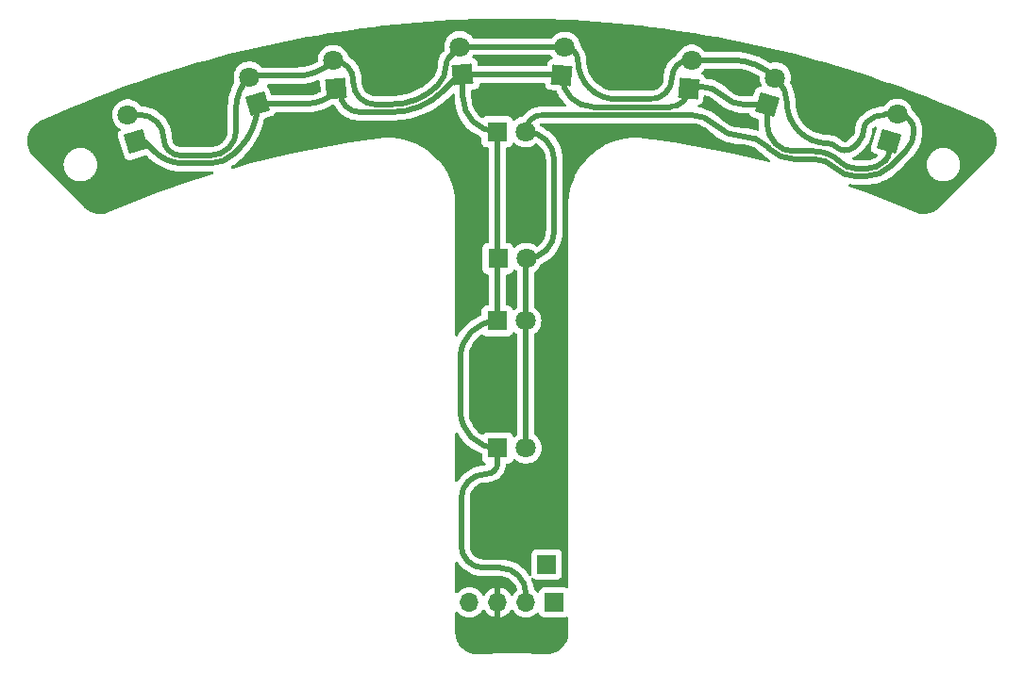
<source format=gbr>
%TF.GenerationSoftware,KiCad,Pcbnew,7.0.9*%
%TF.CreationDate,2025-01-15T18:35:06+09:00*%
%TF.ProjectId,line_side_robot2,6c696e65-5f73-4696-9465-5f726f626f74,rev?*%
%TF.SameCoordinates,Original*%
%TF.FileFunction,Copper,L2,Bot*%
%TF.FilePolarity,Positive*%
%FSLAX46Y46*%
G04 Gerber Fmt 4.6, Leading zero omitted, Abs format (unit mm)*
G04 Created by KiCad (PCBNEW 7.0.9) date 2025-01-15 18:35:06*
%MOMM*%
%LPD*%
G01*
G04 APERTURE LIST*
G04 Aperture macros list*
%AMRotRect*
0 Rectangle, with rotation*
0 The origin of the aperture is its center*
0 $1 length*
0 $2 width*
0 $3 Rotation angle, in degrees counterclockwise*
0 Add horizontal line*
21,1,$1,$2,0,0,$3*%
G04 Aperture macros list end*
%TA.AperFunction,ComponentPad*%
%ADD10R,1.700000X1.700000*%
%TD*%
%TA.AperFunction,ComponentPad*%
%ADD11RotRect,1.800000X1.800000X73.000000*%
%TD*%
%TA.AperFunction,ComponentPad*%
%ADD12C,1.800000*%
%TD*%
%TA.AperFunction,ComponentPad*%
%ADD13R,1.800000X1.800000*%
%TD*%
%TA.AperFunction,ComponentPad*%
%ADD14RotRect,1.800000X1.800000X96.000000*%
%TD*%
%TA.AperFunction,ComponentPad*%
%ADD15RotRect,1.800000X1.800000X107.000000*%
%TD*%
%TA.AperFunction,ComponentPad*%
%ADD16O,1.700000X1.700000*%
%TD*%
%TA.AperFunction,ComponentPad*%
%ADD17RotRect,1.800000X1.800000X84.000000*%
%TD*%
%TA.AperFunction,ViaPad*%
%ADD18C,0.800000*%
%TD*%
%TA.AperFunction,Conductor*%
%ADD19C,0.500000*%
%TD*%
G04 APERTURE END LIST*
D10*
%TO.P,J2,1,Pin_1*%
%TO.N,+5V*%
X157100000Y-72500000D03*
%TD*%
D11*
%TO.P,Q7,1,C*%
%TO.N,+3.3V*%
X176863974Y-31237940D03*
D12*
%TO.P,Q7,2,E*%
%TO.N,Net-(Q1-E)*%
X177606598Y-28808926D03*
%TD*%
D13*
%TO.P,Q12,1,C*%
%TO.N,+3.3V*%
X152705000Y-62060000D03*
D12*
%TO.P,Q12,2,E*%
%TO.N,Net-(Q1-E)*%
X155245000Y-62060000D03*
%TD*%
D14*
%TO.P,Q4,1,C*%
%TO.N,+3.3V*%
X149582139Y-28533510D03*
D12*
%TO.P,Q4,2,E*%
%TO.N,Net-(Q1-E)*%
X149316637Y-26007424D03*
%TD*%
D15*
%TO.P,Q2,1,C*%
%TO.N,+3.3V*%
X131164465Y-31153672D03*
D12*
%TO.P,Q2,2,E*%
%TO.N,Net-(Q1-E)*%
X130421841Y-28724658D03*
%TD*%
D11*
%TO.P,Q8,1,C*%
%TO.N,+3.3V*%
X187812080Y-34522371D03*
D12*
%TO.P,Q8,2,E*%
%TO.N,Net-(Q1-E)*%
X188554704Y-32093357D03*
%TD*%
D14*
%TO.P,Q3,1,C*%
%TO.N,+3.3V*%
X138221025Y-29787942D03*
D12*
%TO.P,Q3,2,E*%
%TO.N,Net-(Q1-E)*%
X137955523Y-27261856D03*
%TD*%
D10*
%TO.P,J1,1,Pin_1*%
%TO.N,/PWM*%
X157784013Y-75931020D03*
D16*
%TO.P,J1,2,Pin_2*%
%TO.N,+3.3V*%
X155244013Y-75931020D03*
%TO.P,J1,3,Pin_3*%
%TO.N,GND*%
X152704013Y-75931020D03*
%TO.P,J1,4,Pin_4*%
%TO.N,/S*%
X150164013Y-75931020D03*
%TD*%
D17*
%TO.P,Q6,1,C*%
%TO.N,+3.3V*%
X169834742Y-29737884D03*
D12*
%TO.P,Q6,2,E*%
%TO.N,Net-(Q1-E)*%
X170100244Y-27211798D03*
%TD*%
D13*
%TO.P,Q11,1,C*%
%TO.N,+3.3V*%
X152670000Y-50640000D03*
D12*
%TO.P,Q11,2,E*%
%TO.N,Net-(Q1-E)*%
X155210000Y-50640000D03*
%TD*%
D15*
%TO.P,Q1,1,C*%
%TO.N,+3.3V*%
X120251444Y-34552859D03*
D12*
%TO.P,Q1,2,E*%
%TO.N,Net-(Q1-E)*%
X119508820Y-32123845D03*
%TD*%
D13*
%TO.P,Q10,1,C*%
%TO.N,+3.3V*%
X152720000Y-45040000D03*
D12*
%TO.P,Q10,2,E*%
%TO.N,Net-(Q1-E)*%
X155260000Y-45040000D03*
%TD*%
D17*
%TO.P,Q5,1,C*%
%TO.N,+3.3V*%
X158461085Y-28602795D03*
D12*
%TO.P,Q5,2,E*%
%TO.N,Net-(Q1-E)*%
X158726587Y-26076709D03*
%TD*%
D13*
%TO.P,Q9,1,C*%
%TO.N,+3.3V*%
X152670000Y-33640000D03*
D12*
%TO.P,Q9,2,E*%
%TO.N,Net-(Q1-E)*%
X155210000Y-33640000D03*
%TD*%
D18*
%TO.N,GND*%
X147160000Y-32450000D03*
X153990000Y-78360000D03*
X150010000Y-62950000D03*
X160420000Y-34590000D03*
X183740000Y-28950000D03*
X153960000Y-47890000D03*
X187330000Y-38890000D03*
X171450000Y-34490000D03*
X151270000Y-47920000D03*
X190820000Y-31410000D03*
X153460000Y-65360000D03*
X156920000Y-48810000D03*
X164220000Y-27760000D03*
X154090000Y-35990000D03*
X152350000Y-56190000D03*
X149880000Y-42650000D03*
X120470000Y-29990000D03*
X157020000Y-46640000D03*
X134940000Y-29890000D03*
X122950000Y-37620000D03*
X151990000Y-70280000D03*
X150910000Y-59650000D03*
X125380000Y-31500000D03*
X149490000Y-33880000D03*
X162840000Y-24440000D03*
X173740000Y-28860000D03*
X154000000Y-27330000D03*
X157910000Y-78450000D03*
X154030000Y-29900000D03*
X157640000Y-54860000D03*
X154640000Y-39770000D03*
X157240000Y-60100000D03*
X185820000Y-35660000D03*
X159440000Y-36410000D03*
X157240000Y-58030000D03*
X150250000Y-78320000D03*
X117410000Y-31060000D03*
X143810000Y-27910000D03*
X154340000Y-71310000D03*
X151430000Y-74460000D03*
X180350000Y-31030000D03*
X171700000Y-31190000D03*
X133730000Y-32680000D03*
X141820000Y-24810000D03*
X156500000Y-67090000D03*
%TD*%
D19*
%TO.N,+3.3V*%
X169834742Y-29737884D02*
X169962626Y-29610000D01*
X131164465Y-31153672D02*
X131178137Y-31140000D01*
X152670000Y-44990000D02*
X152720000Y-45040000D01*
X124459610Y-36480000D02*
X126953123Y-36480000D01*
X149360000Y-58715000D02*
X149360000Y-53949992D01*
X151705000Y-64390000D02*
X151645178Y-64390000D01*
X152670000Y-33640000D02*
X152670000Y-44990000D01*
X152705000Y-62060000D02*
X152705000Y-63390004D01*
X176863974Y-31237940D02*
X176863974Y-32883717D01*
X152660000Y-50650000D02*
X152670000Y-50640000D01*
X138221025Y-30008975D02*
X138221025Y-29787942D01*
X187812080Y-35475955D02*
X187812080Y-34522371D01*
X147821512Y-29978488D02*
X149266490Y-28533510D01*
X138178967Y-29830000D02*
X138221025Y-29787942D01*
X131164465Y-31153672D02*
X131816328Y-31153672D01*
X140323076Y-31890000D02*
X143206714Y-31890000D01*
X151444100Y-72820003D02*
X152905862Y-72819998D01*
X149430000Y-66605196D02*
X149430000Y-70805912D01*
X158391800Y-28533510D02*
X158461085Y-28602795D01*
X131178137Y-31140000D02*
X135490465Y-31140000D01*
X149582139Y-28533510D02*
X158391800Y-28533510D01*
X129081675Y-35598325D02*
X129494364Y-35185636D01*
X155244013Y-75158141D02*
X155244013Y-75931020D01*
X138221025Y-29787942D02*
X138580000Y-30146917D01*
X179206990Y-35396180D02*
X181049396Y-35396180D01*
X149266490Y-28533510D02*
X149582139Y-28533510D01*
X184752312Y-36930000D02*
X185917006Y-36930000D01*
X174946705Y-31237940D02*
X176863974Y-31237940D01*
X187519188Y-36183060D02*
X187377001Y-36325248D01*
X120251444Y-34552859D02*
X121050000Y-34552859D01*
X152670000Y-45090000D02*
X152720000Y-45040000D01*
X149582139Y-30552139D02*
X149582139Y-28533510D01*
X121050000Y-34552859D02*
X121928876Y-35431735D01*
X161288283Y-31430000D02*
X168142628Y-31430000D01*
X169962626Y-29610000D02*
X171016604Y-29610000D01*
X152670000Y-50640000D02*
X152670000Y-45090000D01*
X155244002Y-75158141D02*
G75*
G03*
X152905862Y-72819998I-2338102J41D01*
G01*
X151705000Y-64390000D02*
G75*
G03*
X152705000Y-63390004I0J1000000D01*
G01*
X158461100Y-28602795D02*
G75*
G03*
X161288283Y-31430000I2827200J-5D01*
G01*
X187519207Y-36183079D02*
G75*
G03*
X187812080Y-35475955I-707107J707079D01*
G01*
X129494383Y-35185655D02*
G75*
G03*
X131164465Y-31153672I-4031983J4031955D01*
G01*
X172797853Y-30347863D02*
G75*
G03*
X174946705Y-31237940I2148847J2148863D01*
G01*
X183467932Y-36398009D02*
G75*
G03*
X184752312Y-36930000I1284368J1284409D01*
G01*
X172797860Y-30347856D02*
G75*
G03*
X171016604Y-29610000I-1781260J-1781144D01*
G01*
X138580000Y-30146917D02*
G75*
G03*
X140323076Y-31890000I1743100J17D01*
G01*
X126953123Y-36480024D02*
G75*
G03*
X129081675Y-35598325I-23J3010224D01*
G01*
X168142628Y-31430042D02*
G75*
G03*
X169834742Y-29737884I-28J1692142D01*
G01*
X183467952Y-36397989D02*
G75*
G03*
X181049396Y-35396180I-2418552J-2418511D01*
G01*
X177634948Y-34744999D02*
G75*
G03*
X179206990Y-35396180I1572052J1571999D01*
G01*
X149582100Y-30552139D02*
G75*
G03*
X152670000Y-33640000I3087900J39D01*
G01*
X121928870Y-35431741D02*
G75*
G03*
X124459610Y-36480000I2530730J2530741D01*
G01*
X135490465Y-31139980D02*
G75*
G03*
X138221024Y-30008974I35J3861580D01*
G01*
X152660000Y-50650000D02*
G75*
G03*
X149360000Y-53949992I0J-3300000D01*
G01*
X143206714Y-31890012D02*
G75*
G03*
X147821511Y-29978487I-14J6526312D01*
G01*
X149429997Y-70805912D02*
G75*
G03*
X151444100Y-72820003I2014103J12D01*
G01*
X176863958Y-32883717D02*
G75*
G03*
X177634947Y-34745000I2632242J17D01*
G01*
X151645178Y-64390000D02*
G75*
G03*
X149430000Y-66605196I22J-2215200D01*
G01*
X149360000Y-58715000D02*
G75*
G03*
X152705000Y-62060000I3345000J0D01*
G01*
X185917006Y-36930015D02*
G75*
G03*
X187377000Y-36325247I-6J2064715D01*
G01*
%TO.N,Net-(Q1-E)*%
X156719996Y-32130000D02*
X169977097Y-32130000D01*
X158657302Y-26007424D02*
X158726587Y-26076709D01*
X141712999Y-31190000D02*
X143212899Y-31190000D01*
X176895876Y-34995876D02*
X176942088Y-35042088D01*
X184728126Y-37630000D02*
X185788038Y-37630000D01*
X187963164Y-36729033D02*
X189329214Y-35362983D01*
X155210000Y-50640000D02*
X155210000Y-45090000D01*
X148372876Y-26951185D02*
X149316637Y-26007424D01*
X169905099Y-27211798D02*
X170100244Y-27211798D01*
X139759988Y-29066357D02*
X139759985Y-29236957D01*
X130421841Y-28724658D02*
X130516499Y-28630000D01*
X119508820Y-32123845D02*
X120603624Y-32123845D01*
X155245000Y-62060000D02*
X155210000Y-62060000D01*
X130516499Y-28630000D02*
X134652617Y-28630000D01*
X177606598Y-28808926D02*
X177835460Y-29037788D01*
X149316637Y-26007424D02*
X158657302Y-26007424D01*
X124259797Y-35780000D02*
X126936207Y-35780000D01*
X155210000Y-45090000D02*
X155260000Y-45040000D01*
X176942088Y-35042088D02*
X177087513Y-35187515D01*
X170100244Y-27211798D02*
X173750830Y-27211798D01*
X163379883Y-30730000D02*
X166386876Y-30730000D01*
X157790000Y-42510000D02*
X157790000Y-36220014D01*
X184587295Y-35066762D02*
X185084654Y-34569403D01*
X179281211Y-36096180D02*
X181025290Y-36096180D01*
X129230000Y-33567232D02*
X129230000Y-31601936D01*
X155210000Y-62060000D02*
X155210000Y-50640000D01*
X187497907Y-32093357D02*
X188554704Y-32093357D01*
X177606575Y-28808949D02*
G75*
G03*
X173750830Y-27211798I-3855775J-3855651D01*
G01*
X182989999Y-36909979D02*
G75*
G03*
X181025290Y-36096180I-1964699J-1964721D01*
G01*
X139759944Y-29066357D02*
G75*
G03*
X137955523Y-27261856I-1804444J57D01*
G01*
X157790000Y-36220014D02*
G75*
G03*
X155210000Y-33640000I-2580000J14D01*
G01*
X176895890Y-34995862D02*
G75*
G03*
X174588223Y-34040000I-2307690J-2307738D01*
G01*
X178650020Y-31004324D02*
G75*
G03*
X182341866Y-34696180I3691880J24D01*
G01*
X183048884Y-34988966D02*
G75*
G03*
X182341866Y-34696180I-706884J-706934D01*
G01*
X155260000Y-45040000D02*
G75*
G03*
X157790000Y-42510000I0J2530000D01*
G01*
X187497907Y-32093351D02*
G75*
G03*
X185822833Y-32787167I-7J-2368949D01*
G01*
X128598654Y-35091384D02*
G75*
G03*
X129230000Y-33567232I-1524154J1524184D01*
G01*
X122750000Y-34270221D02*
G75*
G03*
X124259797Y-35780000I1509800J21D01*
G01*
X143212899Y-31189992D02*
G75*
G03*
X147322190Y-29487860I1J5811392D01*
G01*
X122749955Y-34270221D02*
G75*
G03*
X120603624Y-32123845I-2146355J21D01*
G01*
X139760000Y-29236957D02*
G75*
G03*
X141712999Y-31190000I1953000J-43D01*
G01*
X159900191Y-27250351D02*
G75*
G03*
X158726587Y-26076709I-1173591J51D01*
G01*
X183048890Y-34988960D02*
G75*
G03*
X184587295Y-35066762I812410J815460D01*
G01*
X126936207Y-35779994D02*
G75*
G03*
X128598660Y-35091390I-7J2351094D01*
G01*
X172289665Y-33087907D02*
G75*
G03*
X174588223Y-34040000I2298535J2298507D01*
G01*
X156719996Y-32130000D02*
G75*
G03*
X155210000Y-33640000I4J-1510000D01*
G01*
X169905099Y-27211800D02*
G75*
G03*
X168350000Y-28766873I1J-1555100D01*
G01*
X130421824Y-28724641D02*
G75*
G03*
X129230000Y-31601936I2877176J-2877259D01*
G01*
X178650031Y-31004324D02*
G75*
G03*
X177835460Y-29037788I-2781031J24D01*
G01*
X185788038Y-37630024D02*
G75*
G03*
X187963164Y-36729033I-38J3076124D01*
G01*
X189329218Y-35362987D02*
G75*
G03*
X190060000Y-33598645I-1764318J1764287D01*
G01*
X185084631Y-34569380D02*
G75*
G03*
X185530000Y-33494214I-1075131J1075180D01*
G01*
X147322162Y-29487832D02*
G75*
G03*
X148080000Y-27658275I-1829462J1829532D01*
G01*
X172289679Y-33087893D02*
G75*
G03*
X169977097Y-32130000I-2312579J-2312607D01*
G01*
X134652617Y-28630020D02*
G75*
G03*
X137955523Y-27261856I-17J4670920D01*
G01*
X182989971Y-36910007D02*
G75*
G03*
X184728126Y-37630000I1738129J1738007D01*
G01*
X177087500Y-35187528D02*
G75*
G03*
X179281211Y-36096180I2193700J2193728D01*
G01*
X148372909Y-26951218D02*
G75*
G03*
X148080000Y-27658275I706991J-707082D01*
G01*
X166386876Y-30730000D02*
G75*
G03*
X168350000Y-28766873I24J1963100D01*
G01*
X190059943Y-33598645D02*
G75*
G03*
X188554704Y-32093357I-1505243J45D01*
G01*
X159900200Y-27250351D02*
G75*
G03*
X163379883Y-30730000I3479700J51D01*
G01*
X185822818Y-32787152D02*
G75*
G03*
X185530000Y-33494214I706982J-706948D01*
G01*
%TD*%
%TA.AperFunction,Conductor*%
%TO.N,GND*%
G36*
X152954013Y-77261653D02*
G01*
X153167496Y-77204453D01*
X153167505Y-77204449D01*
X153381591Y-77104620D01*
X153575095Y-76969125D01*
X153742118Y-76802102D01*
X153872132Y-76616425D01*
X153926709Y-76572801D01*
X153996208Y-76565608D01*
X154058562Y-76597130D01*
X154075282Y-76616425D01*
X154205518Y-76802421D01*
X154372612Y-76969515D01*
X154469397Y-77037285D01*
X154566178Y-77105052D01*
X154566180Y-77105053D01*
X154566183Y-77105055D01*
X154780350Y-77204923D01*
X155008605Y-77266083D01*
X155185047Y-77281520D01*
X155244012Y-77286679D01*
X155244013Y-77286679D01*
X155244014Y-77286679D01*
X155302979Y-77281520D01*
X155479421Y-77266083D01*
X155707676Y-77204923D01*
X155921843Y-77105055D01*
X156115414Y-76969515D01*
X156237342Y-76847586D01*
X156298661Y-76814104D01*
X156368353Y-76819088D01*
X156424287Y-76860959D01*
X156441202Y-76891937D01*
X156490215Y-77023348D01*
X156490219Y-77023355D01*
X156576465Y-77138564D01*
X156576468Y-77138567D01*
X156691677Y-77224813D01*
X156691684Y-77224817D01*
X156826530Y-77275111D01*
X156826529Y-77275111D01*
X156833457Y-77275855D01*
X156886140Y-77281520D01*
X158681885Y-77281519D01*
X158741496Y-77275111D01*
X158884654Y-77221717D01*
X158885130Y-77222994D01*
X158944339Y-77210111D01*
X159009804Y-77234524D01*
X159051679Y-77290455D01*
X159059500Y-77333796D01*
X159059500Y-78580166D01*
X159059377Y-78584067D01*
X159053517Y-78677034D01*
X159042653Y-78836096D01*
X159041694Y-78843515D01*
X159019374Y-78960323D01*
X158991753Y-79093458D01*
X158990000Y-79100059D01*
X158951663Y-79217833D01*
X158907648Y-79341893D01*
X158905295Y-79347606D01*
X158851538Y-79461625D01*
X158791768Y-79577195D01*
X158789012Y-79581988D01*
X158721504Y-79688137D01*
X158719876Y-79690569D01*
X158646106Y-79795301D01*
X158643142Y-79799175D01*
X158562571Y-79896338D01*
X158560208Y-79899025D01*
X158473120Y-79992504D01*
X158470134Y-79995498D01*
X158377909Y-80081863D01*
X158374727Y-80084646D01*
X158275745Y-80165413D01*
X158272909Y-80167594D01*
X158170671Y-80241624D01*
X158166610Y-80244328D01*
X158057259Y-80311077D01*
X158054727Y-80312542D01*
X157944388Y-80372942D01*
X157939425Y-80375378D01*
X157820176Y-80427448D01*
X157702886Y-80473611D01*
X157697030Y-80475585D01*
X157570352Y-80511370D01*
X157450312Y-80541904D01*
X157443611Y-80543221D01*
X157308931Y-80562057D01*
X157190935Y-80576669D01*
X157183472Y-80577140D01*
X157025489Y-80577556D01*
X156930687Y-80577303D01*
X156926786Y-80577170D01*
X156339759Y-80538592D01*
X155159795Y-80492125D01*
X153979018Y-80476632D01*
X152798241Y-80492125D01*
X151618277Y-80538592D01*
X151031066Y-80577182D01*
X151027166Y-80577315D01*
X150933977Y-80577565D01*
X150774558Y-80577156D01*
X150767091Y-80576686D01*
X150649057Y-80562070D01*
X150514418Y-80543242D01*
X150507716Y-80541925D01*
X150387670Y-80511389D01*
X150260986Y-80475605D01*
X150255130Y-80473631D01*
X150137842Y-80427470D01*
X150018593Y-80375403D01*
X150013630Y-80372967D01*
X149903287Y-80312568D01*
X149900753Y-80311102D01*
X149791402Y-80244353D01*
X149787342Y-80241650D01*
X149685086Y-80167609D01*
X149682261Y-80165437D01*
X149583285Y-80084676D01*
X149580104Y-80081894D01*
X149487848Y-79995501D01*
X149484863Y-79992508D01*
X149484859Y-79992504D01*
X149397770Y-79899025D01*
X149395447Y-79896382D01*
X149314860Y-79799203D01*
X149311896Y-79795328D01*
X149238111Y-79690577D01*
X149236483Y-79688145D01*
X149217175Y-79657786D01*
X149168963Y-79581978D01*
X149166221Y-79577208D01*
X149166214Y-79577195D01*
X149106445Y-79461625D01*
X149094801Y-79436929D01*
X149052693Y-79347618D01*
X149050344Y-79341916D01*
X149006322Y-79217833D01*
X148967985Y-79100059D01*
X148966233Y-79093465D01*
X148966232Y-79093458D01*
X148938612Y-78960323D01*
X148916294Y-78843537D01*
X148915337Y-78836127D01*
X148904062Y-78670584D01*
X148898659Y-78584861D01*
X148898536Y-78580960D01*
X148898536Y-76871535D01*
X148918221Y-76804496D01*
X148971025Y-76758741D01*
X149040183Y-76748797D01*
X149103739Y-76777822D01*
X149124111Y-76800412D01*
X149125518Y-76802421D01*
X149292612Y-76969515D01*
X149389397Y-77037285D01*
X149486178Y-77105052D01*
X149486180Y-77105053D01*
X149486183Y-77105055D01*
X149700350Y-77204923D01*
X149928605Y-77266083D01*
X150105047Y-77281520D01*
X150164012Y-77286679D01*
X150164013Y-77286679D01*
X150164014Y-77286679D01*
X150222979Y-77281520D01*
X150399421Y-77266083D01*
X150627676Y-77204923D01*
X150841843Y-77105055D01*
X151035414Y-76969515D01*
X151202508Y-76802421D01*
X151332743Y-76616425D01*
X151387320Y-76572801D01*
X151456818Y-76565607D01*
X151519173Y-76597130D01*
X151535892Y-76616425D01*
X151665903Y-76802098D01*
X151832930Y-76969125D01*
X152026434Y-77104620D01*
X152240520Y-77204449D01*
X152240529Y-77204453D01*
X152454013Y-77261654D01*
X152454013Y-76366521D01*
X152561698Y-76415700D01*
X152668250Y-76431020D01*
X152739776Y-76431020D01*
X152846328Y-76415700D01*
X152954013Y-76366521D01*
X152954013Y-77261653D01*
G37*
%TD.AperFunction*%
%TA.AperFunction,Conductor*%
G36*
X149103739Y-72287667D02*
G01*
X149127529Y-72315406D01*
X149185851Y-72408225D01*
X149310246Y-72564211D01*
X149379452Y-72650992D01*
X149599012Y-72870552D01*
X149599016Y-72870555D01*
X149599019Y-72870558D01*
X149670947Y-72927918D01*
X149841773Y-73064147D01*
X149841782Y-73064153D01*
X149841788Y-73064158D01*
X150104707Y-73229360D01*
X150104712Y-73229363D01*
X150384462Y-73364083D01*
X150384466Y-73364085D01*
X150384469Y-73364086D01*
X150677557Y-73466641D01*
X150980284Y-73535737D01*
X150980293Y-73535738D01*
X150980298Y-73535739D01*
X151143501Y-73554127D01*
X151288838Y-73570502D01*
X151288841Y-73570503D01*
X151288844Y-73570503D01*
X151537415Y-73570503D01*
X151537419Y-73570501D01*
X152826990Y-73570498D01*
X152826993Y-73570499D01*
X152891496Y-73570498D01*
X152903662Y-73570498D01*
X152908083Y-73570655D01*
X153122967Y-73586022D01*
X153140480Y-73588539D01*
X153344503Y-73632919D01*
X153361478Y-73637904D01*
X153557095Y-73710863D01*
X153573179Y-73718207D01*
X153756447Y-73818278D01*
X153771310Y-73827831D01*
X153938453Y-73952952D01*
X153951824Y-73964537D01*
X154099459Y-74112171D01*
X154111046Y-74125543D01*
X154236169Y-74292691D01*
X154245733Y-74307575D01*
X154345787Y-74490812D01*
X154353137Y-74506905D01*
X154426099Y-74702529D01*
X154431082Y-74719501D01*
X154438480Y-74753515D01*
X154433493Y-74823207D01*
X154391620Y-74879139D01*
X154388439Y-74881442D01*
X154372617Y-74892521D01*
X154372608Y-74892528D01*
X154205521Y-75059614D01*
X154075282Y-75245615D01*
X154020705Y-75289239D01*
X153951206Y-75296432D01*
X153888852Y-75264910D01*
X153872132Y-75245614D01*
X153742126Y-75059946D01*
X153742121Y-75059940D01*
X153575095Y-74892914D01*
X153381591Y-74757419D01*
X153167505Y-74657590D01*
X153167499Y-74657587D01*
X152954013Y-74600384D01*
X152954013Y-75495518D01*
X152846328Y-75446340D01*
X152739776Y-75431020D01*
X152668250Y-75431020D01*
X152561698Y-75446340D01*
X152454013Y-75495518D01*
X152454013Y-74600384D01*
X152454012Y-74600384D01*
X152240526Y-74657587D01*
X152240520Y-74657590D01*
X152026435Y-74757419D01*
X152026433Y-74757420D01*
X151832939Y-74892906D01*
X151832933Y-74892911D01*
X151665904Y-75059940D01*
X151665903Y-75059942D01*
X151535893Y-75245615D01*
X151481316Y-75289239D01*
X151411817Y-75296432D01*
X151349463Y-75264910D01*
X151332743Y-75245614D01*
X151202507Y-75059617D01*
X151035415Y-74892526D01*
X151035408Y-74892521D01*
X150841847Y-74756987D01*
X150841843Y-74756985D01*
X150798329Y-74736694D01*
X150627676Y-74657117D01*
X150627672Y-74657116D01*
X150627668Y-74657114D01*
X150399426Y-74595958D01*
X150399416Y-74595956D01*
X150164014Y-74575361D01*
X150164012Y-74575361D01*
X149928609Y-74595956D01*
X149928599Y-74595958D01*
X149700357Y-74657114D01*
X149700348Y-74657118D01*
X149486184Y-74756984D01*
X149486182Y-74756985D01*
X149292610Y-74892525D01*
X149125518Y-75059617D01*
X149124107Y-75061633D01*
X149123257Y-75062312D01*
X149122039Y-75063764D01*
X149121747Y-75063519D01*
X149069527Y-75105255D01*
X149000028Y-75112444D01*
X148937676Y-75080918D01*
X148902265Y-75020686D01*
X148898536Y-74990504D01*
X148898536Y-72381380D01*
X148918221Y-72314341D01*
X148971025Y-72268586D01*
X149040183Y-72258642D01*
X149103739Y-72287667D01*
G37*
%TD.AperFunction*%
%TA.AperFunction,Conductor*%
G36*
X169978833Y-32880598D02*
G01*
X170104432Y-32887650D01*
X170255780Y-32896150D01*
X170262668Y-32896926D01*
X170495134Y-32936423D01*
X170534409Y-32943096D01*
X170541193Y-32944644D01*
X170806050Y-33020947D01*
X170812608Y-33023241D01*
X171067262Y-33128722D01*
X171073523Y-33131737D01*
X171082510Y-33136704D01*
X171314765Y-33265065D01*
X171320652Y-33268765D01*
X171545441Y-33428259D01*
X171550881Y-33432598D01*
X171699261Y-33565196D01*
X171746570Y-33607474D01*
X171757443Y-33617190D01*
X171759952Y-33619562D01*
X171882505Y-33742116D01*
X171882510Y-33742120D01*
X171882509Y-33742120D01*
X171938233Y-33788878D01*
X172150152Y-33966701D01*
X172150158Y-33966705D01*
X172150158Y-33966706D01*
X172436355Y-34167104D01*
X172436354Y-34167103D01*
X172738936Y-34341801D01*
X172738936Y-34341800D01*
X173055592Y-34489459D01*
X173055591Y-34489459D01*
X173251541Y-34560778D01*
X173383907Y-34608955D01*
X173383912Y-34608956D01*
X173383914Y-34608957D01*
X173383915Y-34608958D01*
X173721387Y-34699382D01*
X173721388Y-34699382D01*
X173721392Y-34699383D01*
X174065473Y-34760052D01*
X174413534Y-34790501D01*
X174586476Y-34790500D01*
X174589953Y-34790598D01*
X174715897Y-34797671D01*
X174866120Y-34806108D01*
X174873012Y-34806884D01*
X175143989Y-34852926D01*
X175150761Y-34854471D01*
X175414882Y-34930563D01*
X175421436Y-34932857D01*
X175675378Y-35038042D01*
X175681627Y-35041052D01*
X175922192Y-35174006D01*
X175928079Y-35177706D01*
X175934268Y-35182097D01*
X176152243Y-35336756D01*
X176157666Y-35341080D01*
X176337706Y-35501971D01*
X176363645Y-35525151D01*
X176366173Y-35527541D01*
X176498102Y-35659470D01*
X176498118Y-35659488D01*
X176501054Y-35662424D01*
X176501055Y-35662425D01*
X176520499Y-35681869D01*
X176520530Y-35681925D01*
X176556820Y-35718214D01*
X176556820Y-35718215D01*
X176675770Y-35837164D01*
X176933499Y-36053421D01*
X177099341Y-36169544D01*
X177129905Y-36190945D01*
X177173530Y-36245522D01*
X177180724Y-36315020D01*
X177149201Y-36377375D01*
X177088971Y-36412789D01*
X177028474Y-36412759D01*
X175590499Y-36050300D01*
X173831944Y-35643550D01*
X172065748Y-35271377D01*
X170292591Y-34933924D01*
X168513155Y-34631320D01*
X166728126Y-34363683D01*
X166615836Y-34349094D01*
X165833156Y-34247406D01*
X165832661Y-34247342D01*
X165832660Y-34247342D01*
X165818641Y-34245529D01*
X165633565Y-34221455D01*
X165603138Y-34217497D01*
X165139855Y-34193415D01*
X165139852Y-34193415D01*
X165139851Y-34193415D01*
X164676104Y-34205167D01*
X164676095Y-34205167D01*
X164676095Y-34205168D01*
X164214626Y-34252687D01*
X164214621Y-34252687D01*
X164214620Y-34252688D01*
X164214621Y-34252688D01*
X164141037Y-34266069D01*
X163758206Y-34335686D01*
X163758207Y-34335686D01*
X163758202Y-34335687D01*
X163309548Y-34453674D01*
X163058314Y-34540973D01*
X162871351Y-34605939D01*
X162871349Y-34605939D01*
X162871340Y-34605943D01*
X162642377Y-34705921D01*
X162446203Y-34791581D01*
X162446197Y-34791583D01*
X162446195Y-34791585D01*
X162036649Y-35009493D01*
X161809305Y-35154013D01*
X161645151Y-35258363D01*
X161274021Y-35536721D01*
X161134614Y-35659186D01*
X160925505Y-35842883D01*
X160925500Y-35842888D01*
X160925499Y-35842889D01*
X160601647Y-36175052D01*
X160304404Y-36531223D01*
X160035542Y-36909277D01*
X159796667Y-37306958D01*
X159796667Y-37306959D01*
X159796666Y-37306959D01*
X159650526Y-37599247D01*
X159589204Y-37721893D01*
X159414457Y-38151447D01*
X159414392Y-38151606D01*
X159414391Y-38151607D01*
X159396741Y-38206881D01*
X159273273Y-38593529D01*
X159273271Y-38593535D01*
X159273270Y-38593540D01*
X159224170Y-38801532D01*
X159166690Y-39045028D01*
X159141423Y-39207214D01*
X159095279Y-39503405D01*
X159059466Y-39965931D01*
X159059500Y-40197887D01*
X159059500Y-74528243D01*
X159039815Y-74595282D01*
X158987011Y-74641037D01*
X158917853Y-74650981D01*
X158884783Y-74639975D01*
X158884654Y-74640323D01*
X158741495Y-74586928D01*
X158741496Y-74586928D01*
X158681896Y-74580521D01*
X158681894Y-74580520D01*
X158681886Y-74580520D01*
X158681877Y-74580520D01*
X156886142Y-74580520D01*
X156886136Y-74580521D01*
X156826529Y-74586928D01*
X156691684Y-74637222D01*
X156691677Y-74637226D01*
X156576468Y-74723472D01*
X156576465Y-74723475D01*
X156490219Y-74838684D01*
X156490216Y-74838689D01*
X156441202Y-74970103D01*
X156399330Y-75026036D01*
X156333866Y-75050453D01*
X156265593Y-75035601D01*
X156237339Y-75014450D01*
X156115414Y-74892525D01*
X156019422Y-74825310D01*
X155975797Y-74770733D01*
X155967225Y-74736694D01*
X155960671Y-74674320D01*
X155893364Y-74357645D01*
X155793328Y-74049755D01*
X155750229Y-73952952D01*
X155708996Y-73860340D01*
X155699713Y-73791092D01*
X155729342Y-73727815D01*
X155788477Y-73690603D01*
X155858344Y-73691268D01*
X155896588Y-73710641D01*
X156007664Y-73793793D01*
X156007671Y-73793797D01*
X156142517Y-73844091D01*
X156142516Y-73844091D01*
X156149444Y-73844835D01*
X156202127Y-73850500D01*
X157997872Y-73850499D01*
X158057483Y-73844091D01*
X158192331Y-73793796D01*
X158307546Y-73707546D01*
X158393796Y-73592331D01*
X158444091Y-73457483D01*
X158450500Y-73397873D01*
X158450499Y-71602128D01*
X158444091Y-71542517D01*
X158393796Y-71407669D01*
X158393795Y-71407668D01*
X158393793Y-71407664D01*
X158307547Y-71292455D01*
X158307544Y-71292452D01*
X158192335Y-71206206D01*
X158192328Y-71206202D01*
X158057482Y-71155908D01*
X158057483Y-71155908D01*
X157997883Y-71149501D01*
X157997881Y-71149500D01*
X157997873Y-71149500D01*
X157997864Y-71149500D01*
X156202129Y-71149500D01*
X156202123Y-71149501D01*
X156142516Y-71155908D01*
X156007671Y-71206202D01*
X156007664Y-71206206D01*
X155892455Y-71292452D01*
X155892452Y-71292455D01*
X155806206Y-71407664D01*
X155806202Y-71407671D01*
X155755908Y-71542517D01*
X155749501Y-71602116D01*
X155749501Y-71602123D01*
X155749500Y-71602135D01*
X155749500Y-73397870D01*
X155749501Y-73397876D01*
X155753924Y-73439019D01*
X155741517Y-73507778D01*
X155693906Y-73558915D01*
X155626206Y-73576193D01*
X155559913Y-73554127D01*
X155523247Y-73514272D01*
X155517926Y-73505057D01*
X155499783Y-73473631D01*
X155309495Y-73211719D01*
X155309493Y-73211716D01*
X155309491Y-73211714D01*
X155176620Y-73064147D01*
X155092870Y-72971133D01*
X154965535Y-72856480D01*
X154852286Y-72754509D01*
X154852277Y-72754502D01*
X154590373Y-72564219D01*
X154590360Y-72564211D01*
X154310018Y-72402358D01*
X154310016Y-72402356D01*
X154310004Y-72402350D01*
X154191329Y-72349513D01*
X154014248Y-72270673D01*
X153706357Y-72170636D01*
X153389684Y-72103330D01*
X153203060Y-72083718D01*
X153067720Y-72069495D01*
X153067716Y-72069495D01*
X152905850Y-72069498D01*
X152876986Y-72069498D01*
X151446536Y-72069501D01*
X151441670Y-72069310D01*
X151256159Y-72054711D01*
X151236940Y-72051667D01*
X151063113Y-72009935D01*
X151044608Y-72003922D01*
X150879455Y-71935514D01*
X150862117Y-71926680D01*
X150709697Y-71833277D01*
X150693956Y-71821841D01*
X150558020Y-71705742D01*
X150544261Y-71691983D01*
X150428163Y-71556050D01*
X150416726Y-71540308D01*
X150323325Y-71387892D01*
X150314491Y-71370556D01*
X150282140Y-71292455D01*
X150246077Y-71205393D01*
X150240065Y-71186890D01*
X150231088Y-71149500D01*
X150198332Y-71013065D01*
X150195289Y-70993848D01*
X150180691Y-70808371D01*
X150180500Y-70803504D01*
X150180500Y-66607408D01*
X150180658Y-66602984D01*
X150186774Y-66517475D01*
X150194776Y-66405589D01*
X150197294Y-66388083D01*
X150237947Y-66201206D01*
X150242926Y-66184247D01*
X150309763Y-66005047D01*
X150317112Y-65988958D01*
X150400323Y-65836567D01*
X150408768Y-65821100D01*
X150418320Y-65806237D01*
X150532937Y-65653125D01*
X150544510Y-65639768D01*
X150679756Y-65504521D01*
X150693112Y-65492948D01*
X150846223Y-65378329D01*
X150861096Y-65368771D01*
X151028960Y-65277110D01*
X151045036Y-65269768D01*
X151224230Y-65202931D01*
X151241189Y-65197951D01*
X151428076Y-65157294D01*
X151445581Y-65154777D01*
X151642977Y-65140657D01*
X151647400Y-65140500D01*
X151830195Y-65140500D01*
X151830198Y-65140500D01*
X152033625Y-65111251D01*
X152078040Y-65104866D01*
X152078041Y-65104865D01*
X152078045Y-65104865D01*
X152318298Y-65034320D01*
X152318301Y-65034318D01*
X152318303Y-65034318D01*
X152546054Y-64930308D01*
X152546058Y-64930305D01*
X152546066Y-64930302D01*
X152756713Y-64794928D01*
X152945949Y-64630954D01*
X153109924Y-64441718D01*
X153245299Y-64231072D01*
X153349318Y-64003305D01*
X153419863Y-63763052D01*
X153423663Y-63736627D01*
X153448073Y-63566852D01*
X153477098Y-63503296D01*
X153535876Y-63465522D01*
X153570811Y-63460499D01*
X153652871Y-63460499D01*
X153652872Y-63460499D01*
X153712483Y-63454091D01*
X153847331Y-63403796D01*
X153962546Y-63317546D01*
X154048796Y-63202331D01*
X154077455Y-63125493D01*
X154119326Y-63069559D01*
X154184790Y-63045141D01*
X154253063Y-63059992D01*
X154284866Y-63084843D01*
X154292302Y-63092920D01*
X154293215Y-63093912D01*
X154293222Y-63093918D01*
X154476365Y-63236464D01*
X154476371Y-63236468D01*
X154476374Y-63236470D01*
X154680497Y-63346936D01*
X154794487Y-63386068D01*
X154900015Y-63422297D01*
X154900017Y-63422297D01*
X154900019Y-63422298D01*
X155128951Y-63460500D01*
X155128952Y-63460500D01*
X155361048Y-63460500D01*
X155361049Y-63460500D01*
X155589981Y-63422298D01*
X155809503Y-63346936D01*
X156013626Y-63236470D01*
X156196784Y-63093913D01*
X156353979Y-62923153D01*
X156480924Y-62728849D01*
X156574157Y-62516300D01*
X156631134Y-62291305D01*
X156631135Y-62291297D01*
X156650300Y-62060006D01*
X156650300Y-62059993D01*
X156631135Y-61828702D01*
X156631133Y-61828691D01*
X156574157Y-61603699D01*
X156480924Y-61391151D01*
X156353983Y-61196852D01*
X156353980Y-61196849D01*
X156353979Y-61196847D01*
X156196784Y-61026087D01*
X156013626Y-60883530D01*
X156013622Y-60883527D01*
X156009579Y-60880381D01*
X156010869Y-60878722D01*
X155971316Y-60832365D01*
X155960500Y-60781716D01*
X155960500Y-51891198D01*
X155980185Y-51824159D01*
X156008338Y-51793344D01*
X156161784Y-51673913D01*
X156318979Y-51503153D01*
X156445924Y-51308849D01*
X156539157Y-51096300D01*
X156596134Y-50871305D01*
X156615300Y-50640000D01*
X156615300Y-50639993D01*
X156596135Y-50408702D01*
X156596133Y-50408691D01*
X156539157Y-50183699D01*
X156445924Y-49971151D01*
X156318983Y-49776852D01*
X156318980Y-49776849D01*
X156318979Y-49776847D01*
X156161784Y-49606087D01*
X156120268Y-49573774D01*
X156008337Y-49486654D01*
X155967524Y-49429944D01*
X155960500Y-49388801D01*
X155960500Y-46327225D01*
X155980185Y-46260186D01*
X156025487Y-46218168D01*
X156028626Y-46216470D01*
X156211784Y-46073913D01*
X156368979Y-45903153D01*
X156495924Y-45708849D01*
X156562859Y-45556250D01*
X156607814Y-45502765D01*
X156625976Y-45492782D01*
X156751360Y-45436958D01*
X157049140Y-45265034D01*
X157327319Y-45062926D01*
X157582847Y-44832847D01*
X157812926Y-44577319D01*
X158015034Y-44299140D01*
X158186958Y-44001360D01*
X158326814Y-43687239D01*
X158433068Y-43360221D01*
X158504558Y-43023888D01*
X158540500Y-42681924D01*
X158540500Y-42510000D01*
X158540500Y-42431119D01*
X158540500Y-36176305D01*
X158540501Y-36045473D01*
X158504013Y-35698296D01*
X158502373Y-35690581D01*
X158466092Y-35519888D01*
X158431435Y-35356835D01*
X158431432Y-35356826D01*
X158431430Y-35356817D01*
X158323563Y-35024831D01*
X158228125Y-34810473D01*
X158181576Y-34705921D01*
X158082827Y-34534881D01*
X158007034Y-34403603D01*
X158007031Y-34403598D01*
X157801848Y-34121186D01*
X157801840Y-34121177D01*
X157778217Y-34094941D01*
X157727565Y-34038685D01*
X157568269Y-33861766D01*
X157568256Y-33861753D01*
X157308842Y-33628174D01*
X157303840Y-33624540D01*
X157198326Y-33547879D01*
X157026424Y-33422984D01*
X157026420Y-33422981D01*
X157026415Y-33422978D01*
X156773323Y-33276854D01*
X156724094Y-33248431D01*
X156574448Y-33181805D01*
X156573400Y-33181338D01*
X156520164Y-33136089D01*
X156510280Y-33117868D01*
X156487790Y-33066595D01*
X156478887Y-32997295D01*
X156508865Y-32934183D01*
X156568204Y-32897297D01*
X156589184Y-32893384D01*
X156670831Y-32885342D01*
X156716966Y-32880799D01*
X156723047Y-32880500D01*
X156798879Y-32880500D01*
X169898217Y-32880500D01*
X169975356Y-32880500D01*
X169978833Y-32880598D01*
G37*
%TD.AperFunction*%
%TA.AperFunction,Conductor*%
G36*
X149103739Y-60689182D02*
G01*
X149127963Y-60717618D01*
X149322614Y-61031991D01*
X149550822Y-61334185D01*
X149550829Y-61334195D01*
X149805950Y-61614049D01*
X150085804Y-61869170D01*
X150085807Y-61869172D01*
X150085808Y-61869173D01*
X150187867Y-61946245D01*
X150388003Y-62097382D01*
X150388010Y-62097386D01*
X150388011Y-62097387D01*
X150709982Y-62296743D01*
X151048974Y-62465541D01*
X151225295Y-62533848D01*
X151280695Y-62576420D01*
X151304286Y-62642187D01*
X151304500Y-62649474D01*
X151304500Y-63007869D01*
X151304501Y-63007876D01*
X151310908Y-63067483D01*
X151361202Y-63202328D01*
X151361206Y-63202335D01*
X151447452Y-63317544D01*
X151447455Y-63317547D01*
X151562665Y-63403794D01*
X151567925Y-63406666D01*
X151617332Y-63456070D01*
X151632186Y-63524342D01*
X151607772Y-63589807D01*
X151551839Y-63631680D01*
X151508508Y-63639500D01*
X151489751Y-63639500D01*
X151335173Y-63655749D01*
X151180600Y-63671997D01*
X151180595Y-63671997D01*
X151180595Y-63671998D01*
X150876548Y-63736627D01*
X150580901Y-63832692D01*
X150296946Y-63959118D01*
X150296941Y-63959121D01*
X150027737Y-64114547D01*
X149776253Y-64297262D01*
X149545242Y-64505268D01*
X149337251Y-64736268D01*
X149337243Y-64736277D01*
X149154538Y-64987751D01*
X149129923Y-65030386D01*
X149079355Y-65078601D01*
X149010748Y-65091823D01*
X148945884Y-65065855D01*
X148905356Y-65008941D01*
X148898536Y-64968385D01*
X148898536Y-60782895D01*
X148918221Y-60715856D01*
X148971025Y-60670101D01*
X149040183Y-60660157D01*
X149103739Y-60689182D01*
G37*
%TD.AperFunction*%
%TA.AperFunction,Conductor*%
G36*
X154218063Y-51639992D02*
G01*
X154249866Y-51664843D01*
X154258216Y-51673913D01*
X154409003Y-51791275D01*
X154411662Y-51793344D01*
X154452475Y-51850055D01*
X154459500Y-51891198D01*
X154459500Y-60836043D01*
X154439815Y-60903082D01*
X154411662Y-60933896D01*
X154293222Y-61026081D01*
X154293218Y-61026085D01*
X154284866Y-61035158D01*
X154224979Y-61071148D01*
X154155141Y-61069047D01*
X154097525Y-61029522D01*
X154077455Y-60994507D01*
X154048797Y-60917671D01*
X154048793Y-60917664D01*
X153962547Y-60802455D01*
X153962544Y-60802452D01*
X153847335Y-60716206D01*
X153847328Y-60716202D01*
X153712482Y-60665908D01*
X153712483Y-60665908D01*
X153652883Y-60659501D01*
X153652881Y-60659500D01*
X153652873Y-60659500D01*
X153652864Y-60659500D01*
X151757129Y-60659500D01*
X151757123Y-60659501D01*
X151697516Y-60665908D01*
X151562671Y-60716202D01*
X151562664Y-60716206D01*
X151447455Y-60802452D01*
X151447453Y-60802454D01*
X151423815Y-60834030D01*
X151367880Y-60875900D01*
X151298188Y-60880882D01*
X151252795Y-60860847D01*
X151090198Y-60745478D01*
X151084758Y-60741140D01*
X150873009Y-60551910D01*
X150868089Y-60546990D01*
X150678859Y-60335241D01*
X150674521Y-60329800D01*
X150510190Y-60098198D01*
X150506488Y-60092306D01*
X150465368Y-60017905D01*
X150369116Y-59843750D01*
X150366106Y-59837502D01*
X150257428Y-59575127D01*
X150255131Y-59568563D01*
X150176514Y-59295677D01*
X150174966Y-59288893D01*
X150166288Y-59237819D01*
X150127395Y-59008915D01*
X150126619Y-59002021D01*
X150118600Y-58859248D01*
X150110598Y-58716735D01*
X150110500Y-58713258D01*
X150110500Y-53951731D01*
X150110598Y-53948254D01*
X150121017Y-53762725D01*
X150126336Y-53668009D01*
X150127112Y-53661119D01*
X150166659Y-53428361D01*
X150173838Y-53386116D01*
X150175386Y-53379332D01*
X150176693Y-53374793D01*
X150252613Y-53111272D01*
X150254899Y-53104741D01*
X150361649Y-52847025D01*
X150364662Y-52840768D01*
X150499601Y-52596616D01*
X150503284Y-52590754D01*
X150664718Y-52363234D01*
X150669028Y-52357829D01*
X150854913Y-52149824D01*
X150859831Y-52144907D01*
X150976663Y-52040500D01*
X151067834Y-51959024D01*
X151073248Y-51954708D01*
X151224151Y-51847636D01*
X151290214Y-51824899D01*
X151358086Y-51841487D01*
X151395169Y-51874456D01*
X151412455Y-51897547D01*
X151527664Y-51983793D01*
X151527671Y-51983797D01*
X151662517Y-52034091D01*
X151662516Y-52034091D01*
X151669444Y-52034835D01*
X151722127Y-52040500D01*
X153617872Y-52040499D01*
X153677483Y-52034091D01*
X153812331Y-51983796D01*
X153927546Y-51897546D01*
X154013796Y-51782331D01*
X154042455Y-51705493D01*
X154084326Y-51649559D01*
X154149790Y-51625141D01*
X154218063Y-51639992D01*
G37*
%TD.AperFunction*%
%TA.AperFunction,Conductor*%
G36*
X148750972Y-30212908D02*
G01*
X148806906Y-30254779D01*
X148831323Y-30320244D01*
X148831639Y-30329090D01*
X148831639Y-30469945D01*
X148831638Y-30469967D01*
X148831638Y-30500746D01*
X148831599Y-30500878D01*
X148831601Y-30740709D01*
X148868572Y-31116036D01*
X148868573Y-31116042D01*
X148912544Y-31337081D01*
X148939198Y-31471072D01*
X148942152Y-31485919D01*
X148942154Y-31485930D01*
X149051631Y-31846811D01*
X149195958Y-32195238D01*
X149373735Y-32527831D01*
X149373738Y-32527836D01*
X149373740Y-32527839D01*
X149583267Y-32841413D01*
X149666818Y-32943219D01*
X149822510Y-33132928D01*
X149822512Y-33132930D01*
X149822516Y-33132934D01*
X149822521Y-33132940D01*
X150089196Y-33399612D01*
X150367702Y-33628174D01*
X150380725Y-33638861D01*
X150380728Y-33638864D01*
X150694287Y-33848375D01*
X150694294Y-33848379D01*
X150694303Y-33848385D01*
X151026906Y-34026163D01*
X151191846Y-34094483D01*
X151192952Y-34094941D01*
X151247356Y-34138782D01*
X151269421Y-34205076D01*
X151269500Y-34209502D01*
X151269500Y-34587869D01*
X151269501Y-34587876D01*
X151275908Y-34647483D01*
X151326202Y-34782328D01*
X151326206Y-34782335D01*
X151412452Y-34897544D01*
X151412455Y-34897547D01*
X151527664Y-34983793D01*
X151527671Y-34983797D01*
X151538951Y-34988004D01*
X151662517Y-35034091D01*
X151722127Y-35040500D01*
X151795500Y-35040499D01*
X151862538Y-35060183D01*
X151908294Y-35112986D01*
X151919500Y-35164499D01*
X151919500Y-43515500D01*
X151899815Y-43582539D01*
X151847011Y-43628294D01*
X151795505Y-43639500D01*
X151772132Y-43639500D01*
X151772123Y-43639501D01*
X151712516Y-43645908D01*
X151577671Y-43696202D01*
X151577664Y-43696206D01*
X151462455Y-43782452D01*
X151462452Y-43782455D01*
X151376206Y-43897664D01*
X151376202Y-43897671D01*
X151325908Y-44032517D01*
X151319501Y-44092116D01*
X151319500Y-44092135D01*
X151319500Y-45987870D01*
X151319501Y-45987876D01*
X151325908Y-46047483D01*
X151376202Y-46182328D01*
X151376206Y-46182335D01*
X151462452Y-46297544D01*
X151462455Y-46297547D01*
X151577664Y-46383793D01*
X151577671Y-46383797D01*
X151622618Y-46400561D01*
X151712517Y-46434091D01*
X151772127Y-46440500D01*
X151795497Y-46440499D01*
X151862536Y-46460181D01*
X151908292Y-46512983D01*
X151919500Y-46564499D01*
X151919500Y-49115500D01*
X151899815Y-49182539D01*
X151847011Y-49228294D01*
X151795502Y-49239500D01*
X151722130Y-49239500D01*
X151722123Y-49239501D01*
X151662516Y-49245908D01*
X151527671Y-49296202D01*
X151527664Y-49296206D01*
X151412455Y-49382452D01*
X151412452Y-49382455D01*
X151326206Y-49497664D01*
X151326202Y-49497671D01*
X151275908Y-49632517D01*
X151269501Y-49692116D01*
X151269500Y-49692135D01*
X151269500Y-50059910D01*
X151249815Y-50126949D01*
X151197011Y-50172704D01*
X151190294Y-50175536D01*
X151022187Y-50240661D01*
X151022176Y-50240666D01*
X150686906Y-50407611D01*
X150368465Y-50604780D01*
X150069605Y-50830467D01*
X150069586Y-50830483D01*
X149792802Y-51082806D01*
X149540489Y-51359579D01*
X149540482Y-51359587D01*
X149314782Y-51658463D01*
X149127963Y-51960186D01*
X149075935Y-52006821D01*
X149006953Y-52017925D01*
X148942919Y-51989972D01*
X148904162Y-51931836D01*
X148898536Y-51894908D01*
X148898536Y-40185852D01*
X148898508Y-40185579D01*
X148898541Y-39965933D01*
X148862728Y-39503410D01*
X148791318Y-39045031D01*
X148684735Y-38593532D01*
X148593940Y-38309199D01*
X148543618Y-38151611D01*
X148543617Y-38151610D01*
X148543615Y-38151606D01*
X148368806Y-37721898D01*
X148161344Y-37306964D01*
X147922470Y-36909283D01*
X147653610Y-36531229D01*
X147653605Y-36531223D01*
X147653604Y-36531221D01*
X147473173Y-36315020D01*
X147356368Y-36175058D01*
X147356364Y-36175054D01*
X147356365Y-36175054D01*
X147032519Y-35842896D01*
X146683991Y-35536723D01*
X146312875Y-35258373D01*
X146107392Y-35127749D01*
X145921373Y-35009498D01*
X145511829Y-34791589D01*
X145511826Y-34791587D01*
X145086680Y-34605942D01*
X144751454Y-34489457D01*
X144648480Y-34453675D01*
X144619699Y-34446106D01*
X144199838Y-34335688D01*
X144199837Y-34335688D01*
X144199829Y-34335686D01*
X144199827Y-34335686D01*
X143977214Y-34295203D01*
X143743412Y-34252685D01*
X143743408Y-34252684D01*
X143743405Y-34252684D01*
X143281937Y-34205163D01*
X142866424Y-34194630D01*
X142818182Y-34193408D01*
X142818180Y-34193408D01*
X142818178Y-34193408D01*
X142354896Y-34217487D01*
X142125375Y-34247342D01*
X142124880Y-34247406D01*
X142124832Y-34247412D01*
X142124811Y-34247415D01*
X142113518Y-34248894D01*
X141230020Y-34363683D01*
X141229912Y-34363697D01*
X139444883Y-34631336D01*
X137665448Y-34933940D01*
X135892291Y-35271394D01*
X134126096Y-35643568D01*
X132367541Y-36050318D01*
X130617304Y-36491487D01*
X128931405Y-36951795D01*
X128861548Y-36950464D01*
X128803500Y-36911576D01*
X128775692Y-36847478D01*
X128786952Y-36778522D01*
X128833705Y-36726600D01*
X128836721Y-36724800D01*
X128975694Y-36644563D01*
X129034697Y-36603248D01*
X129244700Y-36456199D01*
X129244699Y-36456199D01*
X129249838Y-36451887D01*
X129496261Y-36245109D01*
X129496262Y-36245107D01*
X129496269Y-36245102D01*
X129496268Y-36245102D01*
X129592377Y-36148991D01*
X129626998Y-36114370D01*
X129959065Y-35782300D01*
X129959070Y-35782297D01*
X129969271Y-35772095D01*
X129969273Y-35772095D01*
X129988711Y-35752656D01*
X129988795Y-35752610D01*
X130188021Y-35553384D01*
X130188021Y-35553383D01*
X130199132Y-35540561D01*
X130405956Y-35301871D01*
X130489855Y-35205046D01*
X130766063Y-34836072D01*
X131015253Y-34448322D01*
X131015253Y-34448321D01*
X131098859Y-34295205D01*
X131236137Y-34043797D01*
X131427604Y-33624539D01*
X131505941Y-33414507D01*
X131588673Y-33192693D01*
X131588673Y-33192692D01*
X131685383Y-32863322D01*
X131718524Y-32750451D01*
X131773383Y-32498255D01*
X131806866Y-32436938D01*
X131858290Y-32406037D01*
X132480386Y-32215845D01*
X132535519Y-32192288D01*
X132649769Y-32104765D01*
X132734733Y-31988598D01*
X132740549Y-31972459D01*
X132781796Y-31916065D01*
X132846985Y-31890922D01*
X132857205Y-31890500D01*
X135535683Y-31890500D01*
X135536350Y-31890480D01*
X135691826Y-31890482D01*
X136093029Y-31855385D01*
X136313573Y-31816499D01*
X136489638Y-31785456D01*
X136489642Y-31785454D01*
X136489647Y-31785454D01*
X136693525Y-31730827D01*
X136878662Y-31681222D01*
X137257105Y-31543484D01*
X137412394Y-31471073D01*
X137622113Y-31373282D01*
X137841068Y-31246869D01*
X137890100Y-31230937D01*
X137982495Y-31221226D01*
X138051224Y-31233795D01*
X138102248Y-31281527D01*
X138105252Y-31286921D01*
X138181754Y-31432682D01*
X138185225Y-31439295D01*
X138356591Y-31687561D01*
X138356593Y-31687563D01*
X138356595Y-31687566D01*
X138556619Y-31913347D01*
X138556628Y-31913357D01*
X138556632Y-31913361D01*
X138782431Y-32113403D01*
X139030696Y-32284770D01*
X139030701Y-32284772D01*
X139030703Y-32284774D01*
X139297796Y-32424957D01*
X139297801Y-32424959D01*
X139297807Y-32424962D01*
X139579868Y-32531937D01*
X139872767Y-32604133D01*
X140172233Y-32640498D01*
X140223514Y-32640498D01*
X140223534Y-32640500D01*
X140323066Y-32640500D01*
X140401946Y-32640501D01*
X140401951Y-32640500D01*
X143127835Y-32640500D01*
X143155342Y-32640500D01*
X143155382Y-32640511D01*
X143206716Y-32640511D01*
X143206716Y-32640512D01*
X143444934Y-32640511D01*
X143920350Y-32609350D01*
X144274620Y-32562708D01*
X144392712Y-32547161D01*
X144545691Y-32516731D01*
X144859993Y-32454212D01*
X144859998Y-32454210D01*
X144860000Y-32454210D01*
X145320194Y-32330901D01*
X145320193Y-32330901D01*
X145589449Y-32239500D01*
X145771346Y-32177754D01*
X146211516Y-31995428D01*
X146211519Y-31995426D01*
X146211525Y-31995424D01*
X146211524Y-31995424D01*
X146420138Y-31892547D01*
X146638819Y-31784705D01*
X147051423Y-31546485D01*
X147051423Y-31546486D01*
X147447566Y-31281790D01*
X147447567Y-31281790D01*
X147669490Y-31111501D01*
X147825548Y-30991753D01*
X147825555Y-30991746D01*
X147825560Y-30991743D01*
X148183745Y-30677622D01*
X148183751Y-30677616D01*
X148281260Y-30580104D01*
X148281275Y-30580093D01*
X148441396Y-30419972D01*
X148619958Y-30241408D01*
X148681281Y-30207924D01*
X148750972Y-30212908D01*
G37*
%TD.AperFunction*%
%TA.AperFunction,Conductor*%
G36*
X154268063Y-46039992D02*
G01*
X154299866Y-46064843D01*
X154308216Y-46073913D01*
X154411662Y-46154428D01*
X154452475Y-46211137D01*
X154459500Y-46252281D01*
X154459500Y-49388801D01*
X154439815Y-49455840D01*
X154411663Y-49486654D01*
X154258217Y-49606085D01*
X154249866Y-49615158D01*
X154189979Y-49651148D01*
X154120141Y-49649047D01*
X154062525Y-49609522D01*
X154042455Y-49574507D01*
X154013797Y-49497671D01*
X154013793Y-49497664D01*
X153927547Y-49382455D01*
X153927544Y-49382452D01*
X153812335Y-49296206D01*
X153812328Y-49296202D01*
X153677482Y-49245908D01*
X153677483Y-49245908D01*
X153617883Y-49239501D01*
X153617881Y-49239500D01*
X153617873Y-49239500D01*
X153617865Y-49239500D01*
X153544500Y-49239500D01*
X153477461Y-49219815D01*
X153431706Y-49167011D01*
X153420500Y-49115500D01*
X153420500Y-46564499D01*
X153440185Y-46497460D01*
X153492989Y-46451705D01*
X153544500Y-46440499D01*
X153667871Y-46440499D01*
X153667872Y-46440499D01*
X153727483Y-46434091D01*
X153862331Y-46383796D01*
X153977546Y-46297546D01*
X154063796Y-46182331D01*
X154092455Y-46105493D01*
X154134326Y-46049559D01*
X154199790Y-46025141D01*
X154268063Y-46039992D01*
G37*
%TD.AperFunction*%
%TA.AperFunction,Conductor*%
G36*
X154218063Y-34639992D02*
G01*
X154249866Y-34664843D01*
X154257302Y-34672920D01*
X154258215Y-34673912D01*
X154258222Y-34673918D01*
X154441365Y-34816464D01*
X154441371Y-34816468D01*
X154441374Y-34816470D01*
X154645497Y-34926936D01*
X154759123Y-34965944D01*
X154865015Y-35002297D01*
X154865017Y-35002297D01*
X154865019Y-35002298D01*
X155093951Y-35040500D01*
X155093952Y-35040500D01*
X155326048Y-35040500D01*
X155326049Y-35040500D01*
X155554981Y-35002298D01*
X155774503Y-34926936D01*
X155978626Y-34816470D01*
X156100529Y-34721589D01*
X156165519Y-34695948D01*
X156234059Y-34709514D01*
X156245575Y-34716340D01*
X156320354Y-34766306D01*
X156326790Y-34771245D01*
X156500596Y-34923670D01*
X156506335Y-34929408D01*
X156658765Y-35103222D01*
X156663701Y-35109655D01*
X156686438Y-35143683D01*
X156792135Y-35301871D01*
X156796194Y-35308902D01*
X156898440Y-35516239D01*
X156901547Y-35523739D01*
X156975856Y-35742653D01*
X156977957Y-35750494D01*
X157023055Y-35977214D01*
X157024115Y-35985264D01*
X157039367Y-36217990D01*
X157039500Y-36222046D01*
X157039500Y-42507786D01*
X157039342Y-42512210D01*
X157022019Y-42754405D01*
X157019501Y-42771916D01*
X156969304Y-43002672D01*
X156964320Y-43019648D01*
X156881787Y-43240924D01*
X156874437Y-43257016D01*
X156761260Y-43464286D01*
X156751695Y-43479170D01*
X156610171Y-43668224D01*
X156598585Y-43681595D01*
X156431595Y-43848585D01*
X156418224Y-43860171D01*
X156293207Y-43953757D01*
X156227743Y-43978174D01*
X156159470Y-43963322D01*
X156142735Y-43952344D01*
X156084646Y-43907132D01*
X156028626Y-43863530D01*
X155878811Y-43782454D01*
X155824504Y-43753064D01*
X155824495Y-43753061D01*
X155604984Y-43677702D01*
X155414450Y-43645908D01*
X155376049Y-43639500D01*
X155143951Y-43639500D01*
X155105550Y-43645908D01*
X154915015Y-43677702D01*
X154695504Y-43753061D01*
X154695495Y-43753064D01*
X154491371Y-43863531D01*
X154491365Y-43863535D01*
X154308222Y-44006081D01*
X154308218Y-44006085D01*
X154308216Y-44006086D01*
X154308216Y-44006087D01*
X154307366Y-44007011D01*
X154299866Y-44015158D01*
X154239979Y-44051148D01*
X154170141Y-44049047D01*
X154112525Y-44009522D01*
X154092455Y-43974507D01*
X154063797Y-43897671D01*
X154063793Y-43897664D01*
X153977547Y-43782455D01*
X153977544Y-43782452D01*
X153862335Y-43696206D01*
X153862328Y-43696202D01*
X153727482Y-43645908D01*
X153727483Y-43645908D01*
X153667883Y-43639501D01*
X153667881Y-43639500D01*
X153667873Y-43639500D01*
X153667865Y-43639500D01*
X153544500Y-43639500D01*
X153477461Y-43619815D01*
X153431706Y-43567011D01*
X153420500Y-43515500D01*
X153420500Y-35164499D01*
X153440185Y-35097460D01*
X153492989Y-35051705D01*
X153544500Y-35040499D01*
X153617871Y-35040499D01*
X153617872Y-35040499D01*
X153677483Y-35034091D01*
X153812331Y-34983796D01*
X153927546Y-34897546D01*
X154013796Y-34782331D01*
X154018931Y-34768563D01*
X154042455Y-34705493D01*
X154084326Y-34649559D01*
X154149790Y-34625141D01*
X154218063Y-34639992D01*
G37*
%TD.AperFunction*%
%TA.AperFunction,Conductor*%
G36*
X155516524Y-23496468D02*
G01*
X156451661Y-23515078D01*
X157521233Y-23546286D01*
X158455552Y-23583490D01*
X159524716Y-23635510D01*
X160457484Y-23691260D01*
X161526183Y-23764112D01*
X162456658Y-23838330D01*
X163524838Y-23932045D01*
X164452397Y-24024639D01*
X165519742Y-24139236D01*
X166443789Y-24250088D01*
X167510371Y-24385630D01*
X168408231Y-24511511D01*
X168430133Y-24514582D01*
X169495778Y-24671118D01*
X170410321Y-24817948D01*
X171475198Y-24995590D01*
X172383948Y-25160101D01*
X173447873Y-25358921D01*
X174349775Y-25540797D01*
X175413110Y-25760988D01*
X176306989Y-25959834D01*
X177370117Y-26201633D01*
X178254526Y-26416927D01*
X179318045Y-26680666D01*
X180191322Y-26911748D01*
X181256340Y-27197953D01*
X182116053Y-27443851D01*
X183184030Y-27753240D01*
X184027089Y-28012628D01*
X185100528Y-28346357D01*
X185922522Y-28617283D01*
X187004894Y-28977015D01*
X187736356Y-29234347D01*
X187799089Y-29256416D01*
X188896632Y-29645050D01*
X189604720Y-29910107D01*
X189649533Y-29926882D01*
X190774807Y-30350134D01*
X191120500Y-30487440D01*
X191458457Y-30621672D01*
X192638812Y-31092041D01*
X193168355Y-31314667D01*
X194485409Y-31869425D01*
X196295973Y-32673859D01*
X196300075Y-32675867D01*
X196324283Y-32688843D01*
X196394078Y-32726254D01*
X196422625Y-32741726D01*
X196525565Y-32797515D01*
X196532085Y-32801590D01*
X196633547Y-32874119D01*
X196729387Y-32944644D01*
X196741399Y-32953483D01*
X196746879Y-32958022D01*
X196789105Y-32997295D01*
X196840716Y-33045297D01*
X196934580Y-33136704D01*
X196939014Y-33141504D01*
X197021894Y-33241303D01*
X197101662Y-33343889D01*
X197105101Y-33348780D01*
X197175010Y-33459181D01*
X197192840Y-33490095D01*
X197239752Y-33571431D01*
X197242248Y-33576231D01*
X197297034Y-33693847D01*
X197298284Y-33696717D01*
X197346378Y-33815260D01*
X197348021Y-33819812D01*
X197387334Y-33943659D01*
X197388348Y-33947219D01*
X197419677Y-34071117D01*
X197420579Y-34075281D01*
X197424132Y-34094941D01*
X197443693Y-34203180D01*
X197444307Y-34207405D01*
X197458327Y-34334421D01*
X197458624Y-34338111D01*
X197465148Y-34467882D01*
X197465202Y-34472722D01*
X197461642Y-34600619D01*
X197461476Y-34603747D01*
X197451323Y-34733091D01*
X197450665Y-34738459D01*
X197429311Y-34866262D01*
X197402468Y-34994145D01*
X197400959Y-34999930D01*
X197362142Y-35123956D01*
X197319436Y-35246451D01*
X197316957Y-35252512D01*
X197261041Y-35370961D01*
X197203676Y-35485583D01*
X197200130Y-35491756D01*
X197126890Y-35603835D01*
X197057251Y-35707263D01*
X197052560Y-35713375D01*
X196947498Y-35833934D01*
X196884454Y-35905647D01*
X196881730Y-35908553D01*
X192334320Y-40455962D01*
X192331328Y-40458762D01*
X192287402Y-40497235D01*
X192125856Y-40636386D01*
X192119736Y-40641030D01*
X192025940Y-40703452D01*
X191889480Y-40789461D01*
X191883666Y-40792703D01*
X191773230Y-40846741D01*
X191633802Y-40907962D01*
X191628547Y-40909991D01*
X191509940Y-40949679D01*
X191506509Y-40950718D01*
X191363667Y-40989498D01*
X191359176Y-40990540D01*
X191235450Y-41014433D01*
X191230896Y-41015138D01*
X191083890Y-41032334D01*
X191080319Y-41032647D01*
X190955455Y-41039976D01*
X190949823Y-41040050D01*
X190797629Y-41035147D01*
X190675016Y-41026118D01*
X190668412Y-41025273D01*
X190509712Y-40996252D01*
X190399463Y-40973255D01*
X190392051Y-40971222D01*
X190207109Y-40907966D01*
X190189134Y-40901818D01*
X190136396Y-40883294D01*
X190135531Y-40882990D01*
X190131712Y-40881505D01*
X189303383Y-40527501D01*
X187630020Y-39850879D01*
X185943705Y-39207214D01*
X185492425Y-39045030D01*
X184245089Y-38596754D01*
X184235563Y-38593540D01*
X184235439Y-38593498D01*
X184178211Y-38553414D01*
X184151739Y-38488754D01*
X184164427Y-38420046D01*
X184212248Y-38369105D01*
X184280018Y-38352104D01*
X184287235Y-38352603D01*
X184570501Y-38380501D01*
X184728134Y-38380500D01*
X185709162Y-38380500D01*
X185709167Y-38380501D01*
X185736659Y-38380500D01*
X185736742Y-38380524D01*
X185788047Y-38380523D01*
X185788047Y-38380524D01*
X185955116Y-38380522D01*
X185955121Y-38380522D01*
X185994614Y-38377066D01*
X186287994Y-38351396D01*
X186617063Y-38293368D01*
X186939822Y-38206882D01*
X187091673Y-38151611D01*
X187253816Y-38092594D01*
X187253817Y-38092593D01*
X187330424Y-38056870D01*
X187490803Y-37982082D01*
X187556651Y-37951376D01*
X187846027Y-37784301D01*
X187865820Y-37770442D01*
X187957177Y-37706472D01*
X188119747Y-37592638D01*
X188375715Y-37377851D01*
X188375716Y-37377851D01*
X188433704Y-37319861D01*
X188644915Y-37108650D01*
X189150310Y-36603254D01*
X191185256Y-36603254D01*
X191192928Y-36695843D01*
X191193249Y-36699710D01*
X191193461Y-36704833D01*
X191193461Y-36727335D01*
X191197164Y-36749536D01*
X191197798Y-36754619D01*
X191205790Y-36851070D01*
X191205790Y-36851072D01*
X191229553Y-36944911D01*
X191230604Y-36949926D01*
X191234306Y-36972108D01*
X191234308Y-36972116D01*
X191241613Y-36993395D01*
X191243075Y-36998307D01*
X191266834Y-37092128D01*
X191266838Y-37092141D01*
X191305714Y-37180769D01*
X191307578Y-37185545D01*
X191311699Y-37197551D01*
X191314885Y-37206830D01*
X191314887Y-37206833D01*
X191325597Y-37226625D01*
X191327847Y-37231229D01*
X191366726Y-37319861D01*
X191419663Y-37400888D01*
X191422287Y-37405292D01*
X191432994Y-37425077D01*
X191432997Y-37425082D01*
X191446825Y-37442849D01*
X191449802Y-37447019D01*
X191502733Y-37528036D01*
X191502737Y-37528041D01*
X191568292Y-37599254D01*
X191571605Y-37603165D01*
X191585421Y-37620916D01*
X191601979Y-37636159D01*
X191605593Y-37639773D01*
X191671155Y-37710992D01*
X191747550Y-37770453D01*
X191751446Y-37773753D01*
X191757812Y-37779614D01*
X191767998Y-37788991D01*
X191786835Y-37801298D01*
X191791001Y-37804272D01*
X191867390Y-37863728D01*
X191952539Y-37909808D01*
X191956900Y-37912407D01*
X191975754Y-37924725D01*
X191996393Y-37933778D01*
X192000932Y-37935997D01*
X192086089Y-37982082D01*
X192177653Y-38013516D01*
X192182388Y-38015363D01*
X192203015Y-38024411D01*
X192224831Y-38029935D01*
X192229715Y-38031389D01*
X192300988Y-38055857D01*
X192321284Y-38062825D01*
X192355088Y-38068465D01*
X192416765Y-38078757D01*
X192421778Y-38079809D01*
X192443575Y-38085329D01*
X192443577Y-38085329D01*
X192443584Y-38085331D01*
X192466024Y-38087190D01*
X192471068Y-38087818D01*
X192566564Y-38103754D01*
X192566565Y-38103754D01*
X192663347Y-38103754D01*
X192668460Y-38103965D01*
X192684314Y-38105279D01*
X192690897Y-38105825D01*
X192690899Y-38105825D01*
X192690901Y-38105825D01*
X192697483Y-38105279D01*
X192713337Y-38103965D01*
X192718451Y-38103754D01*
X192815229Y-38103754D01*
X192815234Y-38103754D01*
X192910750Y-38087815D01*
X192915761Y-38087191D01*
X192938214Y-38085331D01*
X192960052Y-38079800D01*
X192965004Y-38078762D01*
X193060513Y-38062825D01*
X193152097Y-38031383D01*
X193156941Y-38029942D01*
X193178783Y-38024411D01*
X193199399Y-38015367D01*
X193204133Y-38013519D01*
X193295709Y-37982082D01*
X193380874Y-37935992D01*
X193385404Y-37933778D01*
X193406044Y-37924725D01*
X193424907Y-37912400D01*
X193429236Y-37909820D01*
X193514408Y-37863728D01*
X193590830Y-37804246D01*
X193594917Y-37801327D01*
X193613797Y-37788993D01*
X193630365Y-37773741D01*
X193634240Y-37770458D01*
X193710643Y-37710992D01*
X193776212Y-37639764D01*
X193779796Y-37636179D01*
X193796376Y-37620917D01*
X193810219Y-37603130D01*
X193813480Y-37599280D01*
X193879063Y-37528039D01*
X193932026Y-37446972D01*
X193934952Y-37442874D01*
X193948801Y-37425082D01*
X193959522Y-37405270D01*
X193962132Y-37400890D01*
X194015072Y-37319861D01*
X194053960Y-37231204D01*
X194056198Y-37226629D01*
X194056200Y-37226625D01*
X194066913Y-37206830D01*
X194074235Y-37185500D01*
X194076061Y-37180818D01*
X194114962Y-37092135D01*
X194138725Y-36998295D01*
X194140177Y-36993416D01*
X194147491Y-36972113D01*
X194151195Y-36949912D01*
X194152239Y-36944931D01*
X194176007Y-36851075D01*
X194184003Y-36754575D01*
X194184632Y-36749536D01*
X194188337Y-36727335D01*
X194188987Y-36695843D01*
X194189182Y-36692066D01*
X194196542Y-36603254D01*
X194189183Y-36514444D01*
X194188987Y-36510661D01*
X194188337Y-36479173D01*
X194184632Y-36456968D01*
X194184002Y-36451920D01*
X194176007Y-36355433D01*
X194175593Y-36353800D01*
X194165773Y-36315020D01*
X194152240Y-36261581D01*
X194151194Y-36256588D01*
X194149347Y-36245522D01*
X194147491Y-36234395D01*
X194140182Y-36213104D01*
X194138724Y-36208206D01*
X194128410Y-36167477D01*
X194114962Y-36114373D01*
X194076073Y-36025715D01*
X194074228Y-36020988D01*
X194066913Y-35999678D01*
X194056197Y-35979876D01*
X194053951Y-35975283D01*
X194024743Y-35908694D01*
X194015072Y-35886646D01*
X193962130Y-35805612D01*
X193959506Y-35801208D01*
X193952718Y-35788665D01*
X193948801Y-35781426D01*
X193934979Y-35763667D01*
X193932001Y-35759496D01*
X193879065Y-35678472D01*
X193879064Y-35678471D01*
X193879063Y-35678469D01*
X193829637Y-35624778D01*
X193813505Y-35607253D01*
X193810194Y-35603344D01*
X193796376Y-35585591D01*
X193796372Y-35585586D01*
X193779818Y-35570347D01*
X193776200Y-35566730D01*
X193710643Y-35495516D01*
X193634251Y-35436058D01*
X193630343Y-35432747D01*
X193613797Y-35417515D01*
X193594962Y-35405209D01*
X193590796Y-35402235D01*
X193514408Y-35342780D01*
X193514407Y-35342779D01*
X193514404Y-35342777D01*
X193514402Y-35342776D01*
X193429284Y-35296713D01*
X193424880Y-35294089D01*
X193406044Y-35281783D01*
X193385446Y-35272748D01*
X193380839Y-35270496D01*
X193295710Y-35224426D01*
X193295701Y-35224423D01*
X193204158Y-35192996D01*
X193199383Y-35191133D01*
X193199211Y-35191057D01*
X193178783Y-35182097D01*
X193178779Y-35182096D01*
X193178777Y-35182095D01*
X193156975Y-35176573D01*
X193152065Y-35175112D01*
X193060513Y-35143683D01*
X192965037Y-35127750D01*
X192960022Y-35126698D01*
X192938211Y-35121176D01*
X192938215Y-35121176D01*
X192915794Y-35119319D01*
X192910709Y-35118685D01*
X192815235Y-35102754D01*
X192815234Y-35102754D01*
X192718440Y-35102754D01*
X192713326Y-35102542D01*
X192697454Y-35101227D01*
X192690901Y-35100684D01*
X192690897Y-35100684D01*
X192684343Y-35101227D01*
X192668471Y-35102542D01*
X192663358Y-35102754D01*
X192566564Y-35102754D01*
X192471087Y-35118685D01*
X192466002Y-35119319D01*
X192443587Y-35121176D01*
X192443582Y-35121177D01*
X192421779Y-35126698D01*
X192416765Y-35127749D01*
X192321281Y-35143683D01*
X192229733Y-35175110D01*
X192224826Y-35176571D01*
X192203025Y-35182093D01*
X192203015Y-35182097D01*
X192182409Y-35191135D01*
X192177637Y-35192996D01*
X192086093Y-35224424D01*
X192086082Y-35224429D01*
X192000961Y-35270494D01*
X191996357Y-35272745D01*
X191975753Y-35281783D01*
X191975744Y-35281788D01*
X191956922Y-35294085D01*
X191952520Y-35296709D01*
X191867391Y-35342778D01*
X191867388Y-35342781D01*
X191791005Y-35402231D01*
X191786837Y-35405208D01*
X191767998Y-35417517D01*
X191751441Y-35432757D01*
X191747534Y-35436066D01*
X191671154Y-35495516D01*
X191605596Y-35566730D01*
X191601974Y-35570352D01*
X191585428Y-35585584D01*
X191585413Y-35585600D01*
X191571598Y-35603348D01*
X191568289Y-35607255D01*
X191502735Y-35678469D01*
X191449800Y-35759490D01*
X191446824Y-35763658D01*
X191432998Y-35781424D01*
X191432993Y-35781431D01*
X191422285Y-35801218D01*
X191419662Y-35805619D01*
X191366727Y-35886644D01*
X191327852Y-35975269D01*
X191325603Y-35979869D01*
X191314884Y-35999678D01*
X191307575Y-36020968D01*
X191305713Y-36025741D01*
X191282145Y-36079471D01*
X191266838Y-36114370D01*
X191266835Y-36114376D01*
X191243076Y-36208196D01*
X191241615Y-36213104D01*
X191234307Y-36234394D01*
X191230604Y-36256581D01*
X191229553Y-36261596D01*
X191205790Y-36355432D01*
X191205790Y-36355436D01*
X191197797Y-36451888D01*
X191197164Y-36456968D01*
X191193461Y-36479173D01*
X191193461Y-36501673D01*
X191193249Y-36506789D01*
X191192612Y-36514482D01*
X191189106Y-36556796D01*
X191185256Y-36603254D01*
X189150310Y-36603254D01*
X189797054Y-35956508D01*
X189797068Y-35956497D01*
X189804124Y-35949440D01*
X189804126Y-35949440D01*
X189814099Y-35939466D01*
X189823581Y-35929985D01*
X189823598Y-35929975D01*
X189859906Y-35893666D01*
X189916407Y-35837164D01*
X189972647Y-35780922D01*
X189972646Y-35780922D01*
X189972652Y-35780917D01*
X190174956Y-35534404D01*
X190352123Y-35269248D01*
X190502446Y-34988003D01*
X190624478Y-34693379D01*
X190624882Y-34692049D01*
X190650085Y-34608958D01*
X190717044Y-34388211D01*
X190779252Y-34075440D01*
X190780062Y-34067220D01*
X190789084Y-33975590D01*
X190810503Y-33758077D01*
X190810500Y-33598628D01*
X190810498Y-33519748D01*
X190810498Y-33516987D01*
X190810445Y-33515984D01*
X190810445Y-33514243D01*
X190810447Y-33462218D01*
X190777560Y-33191307D01*
X190712258Y-32926336D01*
X190615492Y-32671169D01*
X190524435Y-32497664D01*
X190488675Y-32429524D01*
X190333657Y-32204933D01*
X190216659Y-32072865D01*
X190152693Y-32000659D01*
X190152690Y-32000656D01*
X190152688Y-32000654D01*
X190152679Y-32000645D01*
X189953410Y-31824105D01*
X189916284Y-31764916D01*
X189915432Y-31761730D01*
X189907606Y-31730827D01*
X189883861Y-31637057D01*
X189790628Y-31424508D01*
X189782759Y-31412464D01*
X189663687Y-31230209D01*
X189663684Y-31230206D01*
X189663683Y-31230204D01*
X189506488Y-31059444D01*
X189506483Y-31059440D01*
X189506481Y-31059438D01*
X189323338Y-30916892D01*
X189323332Y-30916888D01*
X189119208Y-30806421D01*
X189119199Y-30806418D01*
X188899688Y-30731059D01*
X188727986Y-30702407D01*
X188670753Y-30692857D01*
X188438655Y-30692857D01*
X188392868Y-30700497D01*
X188209719Y-30731059D01*
X187990208Y-30806418D01*
X187990199Y-30806421D01*
X187786075Y-30916888D01*
X187786069Y-30916892D01*
X187602926Y-31059438D01*
X187602923Y-31059441D01*
X187602920Y-31059443D01*
X187602920Y-31059444D01*
X187574857Y-31089929D01*
X187445727Y-31230201D01*
X187406525Y-31290204D01*
X187353378Y-31335560D01*
X187314871Y-31345784D01*
X187039659Y-31372888D01*
X187039658Y-31372888D01*
X186739041Y-31432682D01*
X186445755Y-31521647D01*
X186445752Y-31521648D01*
X186348459Y-31561947D01*
X186162594Y-31638932D01*
X186162590Y-31638933D01*
X185892292Y-31783406D01*
X185892277Y-31783415D01*
X185637447Y-31953682D01*
X185400527Y-32148110D01*
X185350268Y-32198364D01*
X185350215Y-32198413D01*
X185327642Y-32220987D01*
X185327578Y-32221021D01*
X185210995Y-32337610D01*
X185210990Y-32337615D01*
X185071312Y-32519663D01*
X184956586Y-32718400D01*
X184956581Y-32718409D01*
X184868788Y-32930401D01*
X184868788Y-32930402D01*
X184809418Y-33152046D01*
X184809416Y-33152055D01*
X184804070Y-33192693D01*
X184780648Y-33370746D01*
X184779488Y-33379561D01*
X184779487Y-33379571D01*
X184779499Y-33491149D01*
X184779201Y-33497237D01*
X184765900Y-33632275D01*
X184761157Y-33656118D01*
X184724428Y-33777189D01*
X184715125Y-33799646D01*
X184655479Y-33911231D01*
X184641974Y-33931442D01*
X184555694Y-34036571D01*
X184551606Y-34041081D01*
X184108781Y-34483906D01*
X184087000Y-34501264D01*
X184044144Y-34528151D01*
X184016776Y-34540973D01*
X183952920Y-34561849D01*
X183923264Y-34567670D01*
X183856251Y-34572479D01*
X183826067Y-34570952D01*
X183759888Y-34559408D01*
X183730972Y-34550626D01*
X183669541Y-34523412D01*
X183643609Y-34507895D01*
X183581570Y-34459611D01*
X183575806Y-34454521D01*
X183498420Y-34377142D01*
X183498417Y-34377139D01*
X183316364Y-34237461D01*
X183117650Y-34122751D01*
X183117630Y-34122742D01*
X182905650Y-34034959D01*
X182905645Y-34034957D01*
X182905642Y-34034956D01*
X182905639Y-34034955D01*
X182905627Y-34034951D01*
X182731474Y-33988307D01*
X182683995Y-33975590D01*
X182683992Y-33975589D01*
X182683984Y-33975588D01*
X182456496Y-33945666D01*
X182456495Y-33945666D01*
X182456480Y-33945666D01*
X182343616Y-33945678D01*
X182340133Y-33945581D01*
X182016026Y-33927378D01*
X182009111Y-33926599D01*
X181690797Y-33872512D01*
X181684014Y-33870964D01*
X181373754Y-33781577D01*
X181367186Y-33779279D01*
X181068887Y-33655718D01*
X181062622Y-33652701D01*
X180942075Y-33586076D01*
X180780029Y-33496515D01*
X180774145Y-33492818D01*
X180510810Y-33305971D01*
X180505381Y-33301642D01*
X180503889Y-33300309D01*
X180422286Y-33227383D01*
X180264625Y-33086488D01*
X180259704Y-33081568D01*
X180247181Y-33067555D01*
X180102751Y-32905936D01*
X180044557Y-32840817D01*
X180040219Y-32835377D01*
X179853380Y-32572052D01*
X179849678Y-32566160D01*
X179693496Y-32283570D01*
X179690477Y-32277302D01*
X179686846Y-32268537D01*
X179566915Y-31979002D01*
X179564622Y-31972449D01*
X179482546Y-31687561D01*
X179475233Y-31662176D01*
X179473685Y-31655392D01*
X179444890Y-31485920D01*
X179419598Y-31337069D01*
X179418822Y-31330177D01*
X179405329Y-31089929D01*
X179400629Y-31006248D01*
X179400531Y-31002770D01*
X179400531Y-30947375D01*
X179400532Y-30830833D01*
X179366523Y-30485508D01*
X179331301Y-30308432D01*
X179298833Y-30145199D01*
X179298830Y-30145188D01*
X179298829Y-30145185D01*
X179298828Y-30145179D01*
X179198101Y-29813125D01*
X179189031Y-29791229D01*
X179114048Y-29610205D01*
X179065311Y-29492543D01*
X178960977Y-29297351D01*
X178946736Y-29228949D01*
X178950131Y-29208457D01*
X178992729Y-29040243D01*
X178992731Y-29040234D01*
X178992732Y-29040231D01*
X178992733Y-29040223D01*
X179011898Y-28808932D01*
X179011898Y-28808919D01*
X178992733Y-28577628D01*
X178992731Y-28577617D01*
X178935755Y-28352625D01*
X178842522Y-28140077D01*
X178715581Y-27945778D01*
X178715578Y-27945775D01*
X178715577Y-27945773D01*
X178558382Y-27775013D01*
X178558377Y-27775009D01*
X178558375Y-27775007D01*
X178375232Y-27632461D01*
X178375226Y-27632457D01*
X178171102Y-27521990D01*
X178171093Y-27521987D01*
X177951582Y-27446628D01*
X177779589Y-27417928D01*
X177722647Y-27408426D01*
X177490549Y-27408426D01*
X177433607Y-27417928D01*
X177261614Y-27446628D01*
X177216617Y-27462075D01*
X177146819Y-27465223D01*
X177109317Y-27449108D01*
X177010847Y-27385824D01*
X176918245Y-27326311D01*
X176918237Y-27326306D01*
X176918233Y-27326304D01*
X176548241Y-27124268D01*
X176529340Y-27113947D01*
X176126276Y-26929868D01*
X176126269Y-26929865D01*
X176126266Y-26929864D01*
X175711111Y-26775014D01*
X175285948Y-26650171D01*
X174852969Y-26555978D01*
X174414372Y-26492913D01*
X173972390Y-26461299D01*
X173838552Y-26461298D01*
X173838551Y-26461298D01*
X171349929Y-26461298D01*
X171282890Y-26441613D01*
X171246121Y-26405120D01*
X171209228Y-26348652D01*
X171209226Y-26348650D01*
X171209223Y-26348645D01*
X171052028Y-26177885D01*
X171052023Y-26177881D01*
X171052021Y-26177879D01*
X170868878Y-26035333D01*
X170868872Y-26035329D01*
X170664748Y-25924862D01*
X170664739Y-25924859D01*
X170445228Y-25849500D01*
X170273526Y-25820848D01*
X170216293Y-25811298D01*
X169984195Y-25811298D01*
X169938408Y-25818938D01*
X169755259Y-25849500D01*
X169535748Y-25924859D01*
X169535739Y-25924862D01*
X169331615Y-26035329D01*
X169331609Y-26035333D01*
X169148466Y-26177879D01*
X169148463Y-26177882D01*
X168991260Y-26348650D01*
X168864319Y-26542949D01*
X168786991Y-26719240D01*
X168742035Y-26772726D01*
X168731060Y-26779227D01*
X168710157Y-26790197D01*
X168480607Y-26948642D01*
X168360541Y-27055010D01*
X168271829Y-27133601D01*
X168271827Y-27133603D01*
X168271825Y-27133605D01*
X168271815Y-27133614D01*
X168086870Y-27342370D01*
X168086869Y-27342370D01*
X167928413Y-27571931D01*
X167798792Y-27818898D01*
X167699878Y-28079702D01*
X167633127Y-28350505D01*
X167599501Y-28627403D01*
X167599501Y-28684980D01*
X167599499Y-28685028D01*
X167599499Y-28764446D01*
X167599308Y-28769311D01*
X167585338Y-28946851D01*
X167582294Y-28966070D01*
X167542433Y-29132109D01*
X167536420Y-29150615D01*
X167471071Y-29308385D01*
X167462238Y-29325722D01*
X167373013Y-29471325D01*
X167361576Y-29487067D01*
X167250675Y-29616916D01*
X167236916Y-29630675D01*
X167107071Y-29741574D01*
X167091328Y-29753012D01*
X166945718Y-29842241D01*
X166928381Y-29851074D01*
X166770623Y-29916418D01*
X166752118Y-29922431D01*
X166586073Y-29962294D01*
X166566853Y-29965338D01*
X166389313Y-29979308D01*
X166384448Y-29979499D01*
X166304981Y-29979499D01*
X166304961Y-29979500D01*
X163381629Y-29979500D01*
X163378151Y-29979402D01*
X163077795Y-29962533D01*
X163070881Y-29961754D01*
X162776028Y-29911655D01*
X162769244Y-29910107D01*
X162481846Y-29827309D01*
X162475279Y-29825011D01*
X162273843Y-29741574D01*
X162198962Y-29710557D01*
X162192697Y-29707540D01*
X161930933Y-29562868D01*
X161925042Y-29559166D01*
X161691565Y-29393507D01*
X161681115Y-29386092D01*
X161675686Y-29381762D01*
X161452669Y-29182464D01*
X161447751Y-29177546D01*
X161440890Y-29169869D01*
X161250804Y-28957165D01*
X161248457Y-28954539D01*
X161244118Y-28949098D01*
X161113098Y-28764446D01*
X161071045Y-28705178D01*
X161067344Y-28699288D01*
X161033318Y-28637724D01*
X160953530Y-28493360D01*
X160922675Y-28437532D01*
X160919656Y-28431263D01*
X160805194Y-28154938D01*
X160802896Y-28148370D01*
X160800507Y-28140077D01*
X160720095Y-27860971D01*
X160718551Y-27854205D01*
X160706454Y-27783010D01*
X160668447Y-27559334D01*
X160667670Y-27552437D01*
X160650829Y-27252667D01*
X160650733Y-27249069D01*
X160650832Y-27200059D01*
X160650729Y-27199095D01*
X160650729Y-27168558D01*
X160650694Y-27167893D01*
X160650696Y-27124268D01*
X160617783Y-26874192D01*
X160552509Y-26630553D01*
X160552502Y-26630535D01*
X160455997Y-26397531D01*
X160455994Y-26397526D01*
X160455991Y-26397518D01*
X160329880Y-26179076D01*
X160329877Y-26179073D01*
X160329876Y-26179070D01*
X160176341Y-25978971D01*
X160176330Y-25978959D01*
X160151179Y-25953806D01*
X160117696Y-25892482D01*
X160115287Y-25876374D01*
X160112721Y-25845404D01*
X160095177Y-25776126D01*
X160055744Y-25620408D01*
X159962511Y-25407860D01*
X159835570Y-25213561D01*
X159835567Y-25213558D01*
X159835566Y-25213556D01*
X159678371Y-25042796D01*
X159678366Y-25042792D01*
X159678364Y-25042790D01*
X159495221Y-24900244D01*
X159495215Y-24900240D01*
X159291091Y-24789773D01*
X159291082Y-24789770D01*
X159071571Y-24714411D01*
X158899869Y-24685759D01*
X158842636Y-24676209D01*
X158610538Y-24676209D01*
X158564751Y-24683849D01*
X158381602Y-24714411D01*
X158162091Y-24789770D01*
X158162082Y-24789773D01*
X157957958Y-24900240D01*
X157957952Y-24900244D01*
X157774809Y-25042790D01*
X157774806Y-25042793D01*
X157614523Y-25216907D01*
X157554636Y-25252897D01*
X157523293Y-25256924D01*
X150566322Y-25256924D01*
X150499283Y-25237239D01*
X150462514Y-25200746D01*
X150425621Y-25144278D01*
X150425619Y-25144276D01*
X150425616Y-25144271D01*
X150268421Y-24973511D01*
X150268416Y-24973507D01*
X150268414Y-24973505D01*
X150085271Y-24830959D01*
X150085265Y-24830955D01*
X149881141Y-24720488D01*
X149881132Y-24720485D01*
X149661621Y-24645126D01*
X149489919Y-24616474D01*
X149432686Y-24606924D01*
X149200588Y-24606924D01*
X149154801Y-24614564D01*
X148971652Y-24645126D01*
X148752141Y-24720485D01*
X148752132Y-24720488D01*
X148548008Y-24830955D01*
X148548002Y-24830959D01*
X148364859Y-24973505D01*
X148364856Y-24973508D01*
X148207653Y-25144276D01*
X148080712Y-25338575D01*
X147987479Y-25551123D01*
X147930503Y-25776115D01*
X147930501Y-25776126D01*
X147911337Y-26007417D01*
X147911337Y-26007430D01*
X147930502Y-26238728D01*
X147930502Y-26238730D01*
X147932093Y-26245012D01*
X147929463Y-26314832D01*
X147899567Y-26363123D01*
X147810549Y-26452142D01*
X147809475Y-26453279D01*
X147761129Y-26501620D01*
X147621424Y-26683666D01*
X147506683Y-26882380D01*
X147506682Y-26882383D01*
X147418862Y-27094367D01*
X147418860Y-27094374D01*
X147399158Y-27167893D01*
X147363881Y-27299534D01*
X147359461Y-27316026D01*
X147329503Y-27543519D01*
X147329502Y-27543527D01*
X147329502Y-27576148D01*
X147329499Y-27576212D01*
X147329499Y-27656246D01*
X147329366Y-27660301D01*
X147314052Y-27893989D01*
X147312992Y-27902039D01*
X147267706Y-28129707D01*
X147265605Y-28137549D01*
X147190987Y-28357365D01*
X147187880Y-28364866D01*
X147085203Y-28573070D01*
X147081145Y-28580099D01*
X147055369Y-28618676D01*
X146952176Y-28773110D01*
X146947233Y-28779551D01*
X146793391Y-28954969D01*
X146788861Y-28959620D01*
X146501483Y-29225272D01*
X146497779Y-29228435D01*
X146189543Y-29471430D01*
X146185603Y-29474292D01*
X145859241Y-29692362D01*
X145855099Y-29694900D01*
X145644006Y-29813119D01*
X145512641Y-29886687D01*
X145508301Y-29888898D01*
X145151842Y-30053229D01*
X145147342Y-30055093D01*
X144779085Y-30190950D01*
X144774453Y-30192455D01*
X144396691Y-30298996D01*
X144391956Y-30300133D01*
X144006990Y-30376708D01*
X144002180Y-30377470D01*
X143783453Y-30403358D01*
X143612383Y-30423605D01*
X143607547Y-30423986D01*
X143367135Y-30433432D01*
X143212690Y-30439500D01*
X141715439Y-30439500D01*
X141710572Y-30439309D01*
X141534613Y-30425460D01*
X141515394Y-30422416D01*
X141350889Y-30382921D01*
X141332384Y-30376908D01*
X141176087Y-30312167D01*
X141158749Y-30303333D01*
X141014498Y-30214934D01*
X140998756Y-30203496D01*
X140870116Y-30093624D01*
X140856358Y-30079866D01*
X140746486Y-29951220D01*
X140735049Y-29935478D01*
X140709670Y-29894062D01*
X140646652Y-29791223D01*
X140637821Y-29773890D01*
X140627062Y-29747915D01*
X140611590Y-29710559D01*
X140573081Y-29617584D01*
X140567069Y-29599080D01*
X140527577Y-29434571D01*
X140524536Y-29415370D01*
X140510675Y-29239208D01*
X140510485Y-29234347D01*
X140510485Y-29225272D01*
X140510487Y-29158093D01*
X140510486Y-29158092D01*
X140510487Y-29150492D01*
X140510486Y-29150482D01*
X140510486Y-29141604D01*
X140510489Y-29022661D01*
X140510487Y-29022652D01*
X140510488Y-29021575D01*
X140510445Y-29020089D01*
X140510449Y-28922896D01*
X140478327Y-28637731D01*
X140414479Y-28357956D01*
X140319706Y-28087088D01*
X140195202Y-27828535D01*
X140042532Y-27585548D01*
X139997802Y-27529456D01*
X139863618Y-27361186D01*
X139660700Y-27158259D01*
X139436348Y-26979336D01*
X139373528Y-26939862D01*
X139350354Y-26925300D01*
X139304065Y-26872966D01*
X139296123Y-26850746D01*
X139286844Y-26814102D01*
X139284680Y-26805556D01*
X139191447Y-26593007D01*
X139131741Y-26501620D01*
X139064506Y-26398708D01*
X139064503Y-26398705D01*
X139064502Y-26398703D01*
X138907307Y-26227943D01*
X138907302Y-26227939D01*
X138907300Y-26227937D01*
X138724157Y-26085391D01*
X138724151Y-26085387D01*
X138520027Y-25974920D01*
X138520018Y-25974917D01*
X138300507Y-25899558D01*
X138128805Y-25870906D01*
X138071572Y-25861356D01*
X137839474Y-25861356D01*
X137793687Y-25868996D01*
X137610538Y-25899558D01*
X137391027Y-25974917D01*
X137391018Y-25974920D01*
X137186894Y-26085387D01*
X137186888Y-26085391D01*
X137003745Y-26227937D01*
X137003742Y-26227940D01*
X136846539Y-26398708D01*
X136719598Y-26593007D01*
X136626365Y-26805555D01*
X136569389Y-27030547D01*
X136569387Y-27030558D01*
X136550223Y-27261849D01*
X136550223Y-27261851D01*
X136553345Y-27299534D01*
X136539263Y-27367969D01*
X136490417Y-27417928D01*
X136487027Y-27419760D01*
X136311896Y-27510932D01*
X136306991Y-27513219D01*
X135996014Y-27642035D01*
X135990929Y-27643886D01*
X135669903Y-27745109D01*
X135664676Y-27746510D01*
X135336053Y-27819367D01*
X135330724Y-27820307D01*
X134996997Y-27864246D01*
X134991606Y-27864718D01*
X134653072Y-27879500D01*
X131601777Y-27879500D01*
X131534738Y-27859815D01*
X131510547Y-27839483D01*
X131500469Y-27828535D01*
X131373625Y-27690745D01*
X131373620Y-27690741D01*
X131373618Y-27690739D01*
X131190475Y-27548193D01*
X131190469Y-27548189D01*
X130986345Y-27437722D01*
X130986336Y-27437719D01*
X130766825Y-27362360D01*
X130595123Y-27333708D01*
X130537890Y-27324158D01*
X130305792Y-27324158D01*
X130292932Y-27326304D01*
X130076856Y-27362360D01*
X129857345Y-27437719D01*
X129857336Y-27437722D01*
X129653212Y-27548189D01*
X129653206Y-27548193D01*
X129470063Y-27690739D01*
X129470060Y-27690742D01*
X129312857Y-27861510D01*
X129185916Y-28055809D01*
X129092683Y-28268357D01*
X129035707Y-28493349D01*
X129035705Y-28493360D01*
X129016541Y-28724651D01*
X129016541Y-28724664D01*
X129035705Y-28955955D01*
X129035707Y-28955966D01*
X129091463Y-29176139D01*
X129088838Y-29245959D01*
X129081742Y-29262874D01*
X128918835Y-29582594D01*
X128817491Y-29827257D01*
X128776187Y-29926974D01*
X128773899Y-29932498D01*
X128773898Y-29932499D01*
X128773898Y-29932498D01*
X128656870Y-30292677D01*
X128656867Y-30292687D01*
X128568455Y-30660951D01*
X128513767Y-31006248D01*
X128509209Y-31035025D01*
X128479498Y-31412576D01*
X128479500Y-31558227D01*
X128479500Y-33565196D01*
X128479367Y-33569246D01*
X128478885Y-33576600D01*
X128467743Y-33746547D01*
X128466683Y-33754596D01*
X128432414Y-33926867D01*
X128430313Y-33934709D01*
X128373851Y-34101032D01*
X128370744Y-34108532D01*
X128293054Y-34266069D01*
X128288996Y-34273098D01*
X128274226Y-34295203D01*
X128191413Y-34419138D01*
X128186471Y-34425579D01*
X128070613Y-34557687D01*
X128064876Y-34563423D01*
X128007098Y-34614093D01*
X127913630Y-34696060D01*
X127907189Y-34701001D01*
X127739867Y-34812802D01*
X127732836Y-34816860D01*
X127552361Y-34905860D01*
X127544866Y-34908965D01*
X127354313Y-34973648D01*
X127346471Y-34975750D01*
X127149110Y-35015006D01*
X127141061Y-35016066D01*
X127069526Y-35020755D01*
X126938139Y-35029367D01*
X126934089Y-35029500D01*
X124262848Y-35029500D01*
X124256767Y-35029201D01*
X124123822Y-35016107D01*
X124099981Y-35011364D01*
X123980915Y-34975245D01*
X123958460Y-34965944D01*
X123848729Y-34907294D01*
X123828519Y-34893790D01*
X123732338Y-34814857D01*
X123715152Y-34797671D01*
X123636215Y-34701488D01*
X123622712Y-34681280D01*
X123564053Y-34571540D01*
X123554758Y-34549100D01*
X123518635Y-34430023D01*
X123513895Y-34406191D01*
X123512639Y-34393443D01*
X123500797Y-34273231D01*
X123500499Y-34267178D01*
X123500499Y-34191330D01*
X123500499Y-34188467D01*
X123500455Y-34187636D01*
X123500455Y-34167103D01*
X123500456Y-34107545D01*
X123471259Y-33848385D01*
X123464032Y-33784240D01*
X123464031Y-33784238D01*
X123464030Y-33784223D01*
X123391632Y-33467012D01*
X123389247Y-33460197D01*
X123284175Y-33159907D01*
X123283141Y-33157760D01*
X123143004Y-32866755D01*
X122969901Y-32591257D01*
X122922596Y-32531937D01*
X122767046Y-32336877D01*
X122767043Y-32336874D01*
X122536976Y-32106802D01*
X122368492Y-31972438D01*
X122282593Y-31903934D01*
X122282590Y-31903932D01*
X122282591Y-31903932D01*
X122007101Y-31730827D01*
X122007098Y-31730825D01*
X121713954Y-31589650D01*
X121713947Y-31589647D01*
X121713946Y-31589647D01*
X121519618Y-31521647D01*
X121406846Y-31482185D01*
X121388122Y-31477911D01*
X121089633Y-31409779D01*
X121089627Y-31409778D01*
X120766317Y-31373346D01*
X120758494Y-31373346D01*
X120691456Y-31353656D01*
X120654696Y-31317167D01*
X120617800Y-31260694D01*
X120617799Y-31260692D01*
X120460604Y-31089932D01*
X120460599Y-31089928D01*
X120460597Y-31089926D01*
X120277454Y-30947380D01*
X120277448Y-30947376D01*
X120073324Y-30836909D01*
X120073315Y-30836906D01*
X119853804Y-30761547D01*
X119656750Y-30728665D01*
X119624869Y-30723345D01*
X119392771Y-30723345D01*
X119360890Y-30728665D01*
X119163835Y-30761547D01*
X118944324Y-30836906D01*
X118944315Y-30836909D01*
X118740191Y-30947376D01*
X118740185Y-30947380D01*
X118557042Y-31089926D01*
X118557039Y-31089929D01*
X118557036Y-31089931D01*
X118557036Y-31089932D01*
X118533006Y-31116036D01*
X118399836Y-31260697D01*
X118272895Y-31454996D01*
X118179662Y-31667544D01*
X118122686Y-31892536D01*
X118122684Y-31892547D01*
X118103520Y-32123838D01*
X118103520Y-32123851D01*
X118122684Y-32355142D01*
X118122686Y-32355153D01*
X118179662Y-32580145D01*
X118272895Y-32792693D01*
X118399836Y-32986992D01*
X118399839Y-32986996D01*
X118399841Y-32986998D01*
X118557036Y-33157758D01*
X118557039Y-33157760D01*
X118557042Y-33157763D01*
X118740185Y-33300309D01*
X118740196Y-33300316D01*
X118817670Y-33342243D01*
X118867261Y-33391462D01*
X118882369Y-33459679D01*
X118858199Y-33525235D01*
X118834061Y-33549734D01*
X118766141Y-33601764D01*
X118766141Y-33601765D01*
X118766140Y-33601766D01*
X118751514Y-33621763D01*
X118681174Y-33717935D01*
X118632381Y-33853322D01*
X118632380Y-33853327D01*
X118623709Y-33996992D01*
X118635008Y-34055871D01*
X119189271Y-35868780D01*
X119212827Y-35923912D01*
X119238651Y-35957622D01*
X119300351Y-36038163D01*
X119416518Y-36123127D01*
X119416519Y-36123127D01*
X119416520Y-36123128D01*
X119551907Y-36171921D01*
X119551912Y-36171922D01*
X119551915Y-36171923D01*
X119695576Y-36180594D01*
X119754455Y-36169295D01*
X121100506Y-35757764D01*
X121170369Y-35756989D01*
X121224437Y-35788664D01*
X121340079Y-35904305D01*
X121340090Y-35904317D01*
X121359518Y-35923745D01*
X121359530Y-35923767D01*
X121470806Y-36035044D01*
X121531852Y-36096090D01*
X121821464Y-36339102D01*
X121844792Y-36355436D01*
X122131149Y-36555945D01*
X122131153Y-36555947D01*
X122131154Y-36555948D01*
X122432884Y-36730151D01*
X122458566Y-36744978D01*
X122801207Y-36904754D01*
X122801206Y-36904754D01*
X122986286Y-36972116D01*
X123156464Y-37034055D01*
X123521643Y-37131903D01*
X123893960Y-37197552D01*
X124270582Y-37230501D01*
X124459612Y-37230500D01*
X124538493Y-37230500D01*
X126874243Y-37230500D01*
X126874248Y-37230501D01*
X126901741Y-37230500D01*
X126901820Y-37230523D01*
X126953129Y-37230523D01*
X126953129Y-37230524D01*
X127117326Y-37230523D01*
X127119375Y-37230523D01*
X127186415Y-37250207D01*
X127232170Y-37303011D01*
X127242114Y-37372169D01*
X127213089Y-37435725D01*
X127154379Y-37473479D01*
X127144475Y-37476394D01*
X125763265Y-37912407D01*
X125423219Y-38019751D01*
X123712953Y-38596771D01*
X122014336Y-39207230D01*
X120328022Y-39850894D01*
X118654659Y-40527514D01*
X117826680Y-40881366D01*
X117822861Y-40882851D01*
X117767674Y-40902235D01*
X117565994Y-40971212D01*
X117558585Y-40973243D01*
X117448270Y-40996256D01*
X117289625Y-41025269D01*
X117283020Y-41026113D01*
X117160372Y-41035147D01*
X117008219Y-41040052D01*
X117002586Y-41039978D01*
X116877699Y-41032649D01*
X116874129Y-41032336D01*
X116727131Y-41015144D01*
X116722576Y-41014439D01*
X116598843Y-40990545D01*
X116594353Y-40989504D01*
X116451540Y-40950734D01*
X116448108Y-40949695D01*
X116329460Y-40909994D01*
X116324205Y-40907966D01*
X116184820Y-40846766D01*
X116074349Y-40792714D01*
X116068534Y-40789472D01*
X115932096Y-40703477D01*
X115838302Y-40641061D01*
X115832177Y-40636413D01*
X115668691Y-40495568D01*
X115666786Y-40493900D01*
X115626962Y-40459019D01*
X115623981Y-40456229D01*
X113361566Y-38193814D01*
X111771007Y-36603254D01*
X113761494Y-36603254D01*
X113769166Y-36695843D01*
X113769487Y-36699710D01*
X113769699Y-36704833D01*
X113769699Y-36727335D01*
X113773402Y-36749536D01*
X113774036Y-36754619D01*
X113782028Y-36851070D01*
X113782028Y-36851072D01*
X113805791Y-36944911D01*
X113806842Y-36949926D01*
X113810544Y-36972108D01*
X113810546Y-36972116D01*
X113817851Y-36993395D01*
X113819313Y-36998307D01*
X113843072Y-37092128D01*
X113843076Y-37092141D01*
X113881952Y-37180769D01*
X113883816Y-37185545D01*
X113887937Y-37197551D01*
X113891123Y-37206830D01*
X113891125Y-37206833D01*
X113901835Y-37226625D01*
X113904085Y-37231229D01*
X113942964Y-37319861D01*
X113995901Y-37400888D01*
X113998525Y-37405292D01*
X114009232Y-37425077D01*
X114009235Y-37425082D01*
X114023063Y-37442849D01*
X114026040Y-37447019D01*
X114078971Y-37528036D01*
X114078975Y-37528041D01*
X114144530Y-37599254D01*
X114147843Y-37603165D01*
X114161659Y-37620916D01*
X114178217Y-37636159D01*
X114181831Y-37639773D01*
X114247393Y-37710992D01*
X114323788Y-37770453D01*
X114327684Y-37773753D01*
X114334050Y-37779614D01*
X114344236Y-37788991D01*
X114363073Y-37801298D01*
X114367239Y-37804272D01*
X114443628Y-37863728D01*
X114528777Y-37909808D01*
X114533138Y-37912407D01*
X114551992Y-37924725D01*
X114572631Y-37933778D01*
X114577170Y-37935997D01*
X114662327Y-37982082D01*
X114753891Y-38013516D01*
X114758626Y-38015363D01*
X114779253Y-38024411D01*
X114801069Y-38029935D01*
X114805953Y-38031389D01*
X114877226Y-38055857D01*
X114897522Y-38062825D01*
X114931326Y-38068465D01*
X114993003Y-38078757D01*
X114998016Y-38079809D01*
X115019813Y-38085329D01*
X115019815Y-38085329D01*
X115019822Y-38085331D01*
X115042262Y-38087190D01*
X115047306Y-38087818D01*
X115142802Y-38103754D01*
X115142803Y-38103754D01*
X115239585Y-38103754D01*
X115244698Y-38103965D01*
X115260552Y-38105279D01*
X115267135Y-38105825D01*
X115267137Y-38105825D01*
X115267139Y-38105825D01*
X115273721Y-38105279D01*
X115289575Y-38103965D01*
X115294689Y-38103754D01*
X115391467Y-38103754D01*
X115391472Y-38103754D01*
X115486988Y-38087815D01*
X115491999Y-38087191D01*
X115514452Y-38085331D01*
X115536290Y-38079800D01*
X115541242Y-38078762D01*
X115636751Y-38062825D01*
X115728335Y-38031383D01*
X115733179Y-38029942D01*
X115755021Y-38024411D01*
X115775637Y-38015367D01*
X115780371Y-38013519D01*
X115871947Y-37982082D01*
X115957112Y-37935992D01*
X115961642Y-37933778D01*
X115982282Y-37924725D01*
X116001145Y-37912400D01*
X116005474Y-37909820D01*
X116090646Y-37863728D01*
X116167068Y-37804246D01*
X116171155Y-37801327D01*
X116190035Y-37788993D01*
X116206603Y-37773741D01*
X116210478Y-37770458D01*
X116286881Y-37710992D01*
X116352450Y-37639764D01*
X116356034Y-37636179D01*
X116372614Y-37620917D01*
X116386457Y-37603130D01*
X116389718Y-37599280D01*
X116455301Y-37528039D01*
X116508264Y-37446972D01*
X116511190Y-37442874D01*
X116525039Y-37425082D01*
X116535760Y-37405270D01*
X116538370Y-37400890D01*
X116591310Y-37319861D01*
X116630198Y-37231204D01*
X116632436Y-37226629D01*
X116632438Y-37226625D01*
X116643151Y-37206830D01*
X116650473Y-37185500D01*
X116652299Y-37180818D01*
X116691200Y-37092135D01*
X116714963Y-36998295D01*
X116716415Y-36993416D01*
X116723729Y-36972113D01*
X116727433Y-36949912D01*
X116728477Y-36944931D01*
X116752245Y-36851075D01*
X116760241Y-36754575D01*
X116760870Y-36749536D01*
X116764575Y-36727335D01*
X116765225Y-36695843D01*
X116765420Y-36692066D01*
X116772780Y-36603254D01*
X116765421Y-36514444D01*
X116765225Y-36510661D01*
X116764575Y-36479173D01*
X116760870Y-36456968D01*
X116760240Y-36451920D01*
X116752245Y-36355433D01*
X116751831Y-36353800D01*
X116742011Y-36315020D01*
X116728478Y-36261581D01*
X116727432Y-36256588D01*
X116725585Y-36245522D01*
X116723729Y-36234395D01*
X116716420Y-36213104D01*
X116714962Y-36208206D01*
X116704648Y-36167477D01*
X116691200Y-36114373D01*
X116652311Y-36025715D01*
X116650466Y-36020988D01*
X116643151Y-35999678D01*
X116632435Y-35979876D01*
X116630189Y-35975283D01*
X116600981Y-35908694D01*
X116591310Y-35886646D01*
X116538368Y-35805612D01*
X116535744Y-35801208D01*
X116528956Y-35788665D01*
X116525039Y-35781426D01*
X116511217Y-35763667D01*
X116508239Y-35759496D01*
X116455303Y-35678472D01*
X116455302Y-35678471D01*
X116455301Y-35678469D01*
X116405875Y-35624778D01*
X116389743Y-35607253D01*
X116386432Y-35603344D01*
X116372614Y-35585591D01*
X116372610Y-35585586D01*
X116356056Y-35570347D01*
X116352438Y-35566730D01*
X116286881Y-35495516D01*
X116210489Y-35436058D01*
X116206581Y-35432747D01*
X116190035Y-35417515D01*
X116171200Y-35405209D01*
X116167034Y-35402235D01*
X116090646Y-35342780D01*
X116090645Y-35342779D01*
X116090642Y-35342777D01*
X116090640Y-35342776D01*
X116005522Y-35296713D01*
X116001118Y-35294089D01*
X115982282Y-35281783D01*
X115961684Y-35272748D01*
X115957077Y-35270496D01*
X115871948Y-35224426D01*
X115871939Y-35224423D01*
X115780396Y-35192996D01*
X115775621Y-35191133D01*
X115775449Y-35191057D01*
X115755021Y-35182097D01*
X115755017Y-35182096D01*
X115755015Y-35182095D01*
X115733213Y-35176573D01*
X115728303Y-35175112D01*
X115636751Y-35143683D01*
X115541275Y-35127750D01*
X115536260Y-35126698D01*
X115514449Y-35121176D01*
X115514453Y-35121176D01*
X115492032Y-35119319D01*
X115486947Y-35118685D01*
X115391473Y-35102754D01*
X115391472Y-35102754D01*
X115294678Y-35102754D01*
X115289564Y-35102542D01*
X115273692Y-35101227D01*
X115267139Y-35100684D01*
X115267135Y-35100684D01*
X115260581Y-35101227D01*
X115244709Y-35102542D01*
X115239596Y-35102754D01*
X115142802Y-35102754D01*
X115047325Y-35118685D01*
X115042240Y-35119319D01*
X115019825Y-35121176D01*
X115019820Y-35121177D01*
X114998017Y-35126698D01*
X114993003Y-35127749D01*
X114897519Y-35143683D01*
X114805971Y-35175110D01*
X114801064Y-35176571D01*
X114779263Y-35182093D01*
X114779253Y-35182097D01*
X114758647Y-35191135D01*
X114753875Y-35192996D01*
X114662331Y-35224424D01*
X114662320Y-35224429D01*
X114577199Y-35270494D01*
X114572595Y-35272745D01*
X114551991Y-35281783D01*
X114551982Y-35281788D01*
X114533160Y-35294085D01*
X114528758Y-35296709D01*
X114443629Y-35342778D01*
X114443626Y-35342781D01*
X114367243Y-35402231D01*
X114363075Y-35405208D01*
X114344236Y-35417517D01*
X114327679Y-35432757D01*
X114323772Y-35436066D01*
X114247392Y-35495516D01*
X114181834Y-35566730D01*
X114178212Y-35570352D01*
X114161666Y-35585584D01*
X114161651Y-35585600D01*
X114147836Y-35603348D01*
X114144527Y-35607255D01*
X114078973Y-35678469D01*
X114026038Y-35759490D01*
X114023062Y-35763658D01*
X114009236Y-35781424D01*
X114009231Y-35781431D01*
X113998523Y-35801218D01*
X113995900Y-35805619D01*
X113942965Y-35886644D01*
X113904090Y-35975269D01*
X113901841Y-35979869D01*
X113891122Y-35999678D01*
X113883813Y-36020968D01*
X113881951Y-36025741D01*
X113858383Y-36079471D01*
X113843076Y-36114370D01*
X113843073Y-36114376D01*
X113819314Y-36208196D01*
X113817853Y-36213104D01*
X113810545Y-36234394D01*
X113806842Y-36256581D01*
X113805791Y-36261596D01*
X113782028Y-36355432D01*
X113782028Y-36355436D01*
X113774035Y-36451888D01*
X113773402Y-36456968D01*
X113769699Y-36479173D01*
X113769699Y-36501673D01*
X113769487Y-36506789D01*
X113768850Y-36514482D01*
X113765344Y-36556796D01*
X113761494Y-36603254D01*
X111771007Y-36603254D01*
X111077082Y-35909329D01*
X111074379Y-35906446D01*
X111035060Y-35861711D01*
X111003860Y-35826213D01*
X110905565Y-35713340D01*
X110900894Y-35707254D01*
X110831227Y-35603769D01*
X110819351Y-35585591D01*
X110757991Y-35491678D01*
X110754459Y-35485527D01*
X110697105Y-35370910D01*
X110641197Y-35252462D01*
X110638719Y-35246401D01*
X110596992Y-35126698D01*
X110596018Y-35123903D01*
X110594584Y-35119319D01*
X110557204Y-34999868D01*
X110555705Y-34994117D01*
X110528864Y-34866222D01*
X110507513Y-34738426D01*
X110506856Y-34733060D01*
X110505544Y-34716342D01*
X110496703Y-34603688D01*
X110496543Y-34600674D01*
X110492982Y-34472672D01*
X110493035Y-34467902D01*
X110499563Y-34338081D01*
X110499852Y-34334473D01*
X110513876Y-34207405D01*
X110514489Y-34203190D01*
X110515008Y-34200320D01*
X110537612Y-34075237D01*
X110538495Y-34071156D01*
X110569835Y-33947208D01*
X110570832Y-33943703D01*
X110610155Y-33819812D01*
X110611771Y-33815332D01*
X110659910Y-33696665D01*
X110661133Y-33693860D01*
X110678898Y-33655718D01*
X110715910Y-33576253D01*
X110718386Y-33571489D01*
X110783125Y-33459229D01*
X110853035Y-33348812D01*
X110856448Y-33343956D01*
X110936219Y-33241349D01*
X111019106Y-33141529D01*
X111023528Y-33136741D01*
X111117377Y-33045334D01*
X111211225Y-32958034D01*
X111216672Y-32953522D01*
X111324449Y-32874196D01*
X111425988Y-32801596D01*
X111432466Y-32797546D01*
X111564578Y-32725929D01*
X111657879Y-32675904D01*
X111662004Y-32673885D01*
X111668122Y-32671167D01*
X113472627Y-31869425D01*
X114791094Y-31314072D01*
X115319184Y-31092056D01*
X116500310Y-30621380D01*
X117183216Y-30350138D01*
X118308694Y-29926809D01*
X119061372Y-29645061D01*
X120159298Y-29256292D01*
X120953122Y-28977021D01*
X122035469Y-28617297D01*
X122857522Y-28346353D01*
X123930898Y-28012643D01*
X124773984Y-27753246D01*
X125842222Y-27443782D01*
X126701711Y-27197949D01*
X127766826Y-26911718D01*
X128639973Y-26680671D01*
X129703594Y-26416906D01*
X130587928Y-26201631D01*
X131651092Y-25959824D01*
X132544918Y-25760990D01*
X133608235Y-25540802D01*
X134510190Y-25358916D01*
X135574083Y-25160102D01*
X136482824Y-24995592D01*
X137547767Y-24817939D01*
X138462302Y-24671111D01*
X139528001Y-24514567D01*
X140447684Y-24385628D01*
X141514285Y-24250083D01*
X142438280Y-24139237D01*
X143505704Y-24024631D01*
X144433255Y-23932040D01*
X145501372Y-23838330D01*
X146431800Y-23764115D01*
X147500622Y-23691255D01*
X148433245Y-23635514D01*
X149502515Y-23583488D01*
X150436809Y-23546286D01*
X151506383Y-23515078D01*
X152441511Y-23496468D01*
X153511289Y-23486066D01*
X154446747Y-23486066D01*
X155516524Y-23496468D01*
G37*
%TD.AperFunction*%
%TA.AperFunction,Conductor*%
G36*
X186666544Y-33162649D02*
G01*
X186713234Y-33214628D01*
X186724410Y-33283598D01*
X186719959Y-33304398D01*
X186195645Y-35019357D01*
X186186084Y-35069180D01*
X186184345Y-35078239D01*
X186186937Y-35121176D01*
X186193016Y-35221902D01*
X186193017Y-35221907D01*
X186241810Y-35357294D01*
X186241811Y-35357296D01*
X186241812Y-35357297D01*
X186326776Y-35473464D01*
X186326777Y-35473464D01*
X186326777Y-35473465D01*
X186441025Y-35560987D01*
X186462931Y-35570347D01*
X186496158Y-35584545D01*
X186664178Y-35635913D01*
X186720546Y-35653147D01*
X186778901Y-35691572D01*
X186807218Y-35755446D01*
X186796507Y-35824490D01*
X186766052Y-35864956D01*
X186720112Y-35905245D01*
X186713671Y-35910188D01*
X186577508Y-36001172D01*
X186570477Y-36005231D01*
X186423585Y-36077672D01*
X186416085Y-36080779D01*
X186261007Y-36133423D01*
X186253165Y-36135524D01*
X186092533Y-36167477D01*
X186084484Y-36168537D01*
X186002725Y-36173896D01*
X185919257Y-36179367D01*
X185915210Y-36179500D01*
X184834231Y-36179500D01*
X184834211Y-36179499D01*
X184754745Y-36179499D01*
X184749879Y-36179308D01*
X184625801Y-36169544D01*
X184560513Y-36144661D01*
X184519041Y-36088430D01*
X184514554Y-36018705D01*
X184548475Y-35957622D01*
X184585421Y-35932501D01*
X184745695Y-35861711D01*
X184962178Y-35729224D01*
X185019734Y-35682424D01*
X185026290Y-35677767D01*
X185055951Y-35659474D01*
X185088387Y-35627036D01*
X185093116Y-35622770D01*
X185121854Y-35599415D01*
X185144197Y-35571720D01*
X185148592Y-35566831D01*
X185646245Y-35069180D01*
X185646248Y-35069175D01*
X185647135Y-35068289D01*
X185647866Y-35067512D01*
X185705488Y-35009894D01*
X185864531Y-34810470D01*
X186000244Y-34594492D01*
X186110922Y-34364677D01*
X186195173Y-34123915D01*
X186251936Y-33875233D01*
X186264020Y-33767996D01*
X186280498Y-33621763D01*
X186280498Y-33576600D01*
X186280509Y-33576396D01*
X186280509Y-33573009D01*
X186280500Y-33498176D01*
X186281029Y-33490103D01*
X186286860Y-33445775D01*
X186295234Y-33414515D01*
X186307648Y-33384540D01*
X186323830Y-33356510D01*
X186346005Y-33327607D01*
X186362618Y-33309869D01*
X186509621Y-33180956D01*
X186516051Y-33176023D01*
X186532488Y-33165040D01*
X186599164Y-33144164D01*
X186666544Y-33162649D01*
G37*
%TD.AperFunction*%
%TA.AperFunction,Conductor*%
G36*
X171470350Y-30419972D02*
G01*
X171478192Y-30422073D01*
X171483830Y-30423987D01*
X171689562Y-30493826D01*
X171697040Y-30496924D01*
X171897250Y-30595661D01*
X171904257Y-30599708D01*
X171991336Y-30657895D01*
X172089849Y-30723723D01*
X172096290Y-30728665D01*
X172265517Y-30877082D01*
X172268477Y-30879855D01*
X172384168Y-30995544D01*
X172589479Y-31167819D01*
X172637648Y-31208237D01*
X172793218Y-31317167D01*
X172908701Y-31398029D01*
X172908705Y-31398031D01*
X172908706Y-31398032D01*
X172980176Y-31439295D01*
X173195272Y-31563481D01*
X173495176Y-31703327D01*
X173495175Y-31703327D01*
X173655639Y-31761730D01*
X173806117Y-31816499D01*
X174125742Y-31902141D01*
X174451615Y-31959601D01*
X174742153Y-31985019D01*
X174781255Y-31988440D01*
X174781256Y-31988440D01*
X174858984Y-31988440D01*
X175176161Y-31988440D01*
X175243200Y-32008125D01*
X175288955Y-32060929D01*
X175292816Y-32070397D01*
X175293705Y-32072863D01*
X175293705Y-32072865D01*
X175293706Y-32072866D01*
X175378670Y-32189033D01*
X175378671Y-32189033D01*
X175378671Y-32189034D01*
X175492919Y-32276556D01*
X175512143Y-32284770D01*
X175548052Y-32300114D01*
X176025729Y-32446153D01*
X176084083Y-32484578D01*
X176112400Y-32548452D01*
X176113474Y-32564735D01*
X176113474Y-32801518D01*
X176113473Y-32801540D01*
X176113473Y-32832344D01*
X176113458Y-32832395D01*
X176113458Y-33049903D01*
X176133013Y-33248431D01*
X176146001Y-33380293D01*
X176146040Y-33380683D01*
X176149856Y-33399869D01*
X176143626Y-33469461D01*
X176100762Y-33524637D01*
X176034871Y-33547879D01*
X175985828Y-33540579D01*
X175796417Y-33471639D01*
X175796416Y-33471638D01*
X175796414Y-33471638D01*
X175457847Y-33380919D01*
X175112661Y-33320052D01*
X174776171Y-33290611D01*
X174763485Y-33289501D01*
X174669654Y-33289500D01*
X174669630Y-33289499D01*
X174667098Y-33289499D01*
X174589957Y-33289499D01*
X174586480Y-33289401D01*
X174311768Y-33273976D01*
X174304854Y-33273197D01*
X174035320Y-33227402D01*
X174028536Y-33225854D01*
X173765821Y-33150168D01*
X173759253Y-33147870D01*
X173506670Y-33043247D01*
X173500401Y-33040228D01*
X173261107Y-32907974D01*
X173255215Y-32904272D01*
X173242280Y-32895094D01*
X173032239Y-32746061D01*
X173026816Y-32741736D01*
X172821890Y-32558601D01*
X172819388Y-32556235D01*
X172696214Y-32433063D01*
X172427252Y-32207379D01*
X172427251Y-32207379D01*
X172427245Y-32207374D01*
X172139624Y-32005982D01*
X172130404Y-32000659D01*
X172049037Y-31953682D01*
X171835546Y-31830424D01*
X171562978Y-31703325D01*
X171517319Y-31682034D01*
X171517320Y-31682034D01*
X171311515Y-31607128D01*
X171187379Y-31561947D01*
X170848224Y-31471072D01*
X170792325Y-31461215D01*
X170762215Y-31455906D01*
X170699612Y-31424879D01*
X170663722Y-31364932D01*
X170665939Y-31295097D01*
X170705560Y-31237547D01*
X170752794Y-31213716D01*
X170830350Y-31193725D01*
X170953950Y-31119990D01*
X171051770Y-31014422D01*
X171115885Y-30885570D01*
X171117409Y-30878486D01*
X171128489Y-30826962D01*
X171130649Y-30806418D01*
X171163183Y-30496868D01*
X171189767Y-30432254D01*
X171247065Y-30392269D01*
X171310697Y-30388213D01*
X171470350Y-30419972D01*
G37*
%TD.AperFunction*%
%TA.AperFunction,Conductor*%
G36*
X156912237Y-29303695D02*
G01*
X156957992Y-29356499D01*
X156969198Y-29407714D01*
X156969320Y-29459038D01*
X157005243Y-29598402D01*
X157005244Y-29598403D01*
X157078978Y-29722003D01*
X157180475Y-29816050D01*
X157184547Y-29819823D01*
X157313399Y-29883938D01*
X157313402Y-29883938D01*
X157313406Y-29883940D01*
X157372006Y-29896542D01*
X157372008Y-29896542D01*
X157372012Y-29896543D01*
X157904730Y-29952533D01*
X157969343Y-29979117D01*
X158006327Y-30028400D01*
X158050192Y-30134299D01*
X158181865Y-30380644D01*
X158215898Y-30444316D01*
X158215900Y-30444319D01*
X158258599Y-30508223D01*
X158402338Y-30723345D01*
X158411194Y-30736598D01*
X158584178Y-30947380D01*
X158634193Y-31008324D01*
X158793689Y-31167821D01*
X158827172Y-31229142D01*
X158822188Y-31298834D01*
X158780316Y-31354767D01*
X158714852Y-31379184D01*
X158706006Y-31379500D01*
X156583257Y-31379500D01*
X156447521Y-31395982D01*
X156311783Y-31412464D01*
X156202926Y-31439295D01*
X156046254Y-31477911D01*
X155790557Y-31574885D01*
X155548419Y-31701970D01*
X155323350Y-31857325D01*
X155118674Y-32038652D01*
X155118655Y-32038670D01*
X154943266Y-32236645D01*
X154884077Y-32273772D01*
X154870871Y-32276725D01*
X154865016Y-32277702D01*
X154865013Y-32277703D01*
X154645504Y-32353061D01*
X154645495Y-32353064D01*
X154441371Y-32463531D01*
X154441365Y-32463535D01*
X154258222Y-32606081D01*
X154258218Y-32606085D01*
X154249866Y-32615158D01*
X154189979Y-32651148D01*
X154120141Y-32649047D01*
X154062525Y-32609522D01*
X154042455Y-32574507D01*
X154013797Y-32497671D01*
X154013793Y-32497664D01*
X153927547Y-32382455D01*
X153927544Y-32382452D01*
X153812335Y-32296206D01*
X153812328Y-32296202D01*
X153677482Y-32245908D01*
X153677483Y-32245908D01*
X153617883Y-32239501D01*
X153617881Y-32239500D01*
X153617873Y-32239500D01*
X153617864Y-32239500D01*
X151722129Y-32239500D01*
X151722123Y-32239501D01*
X151662516Y-32245908D01*
X151527671Y-32296202D01*
X151527664Y-32296206D01*
X151412455Y-32382452D01*
X151406958Y-32387949D01*
X151345632Y-32421428D01*
X151275941Y-32416438D01*
X151242812Y-32397872D01*
X151122983Y-32303994D01*
X151117374Y-32299024D01*
X150923094Y-32104746D01*
X150918128Y-32099142D01*
X150774695Y-31916065D01*
X150748682Y-31882862D01*
X150744425Y-31876695D01*
X150602286Y-31641573D01*
X150598804Y-31634938D01*
X150558993Y-31546485D01*
X150486037Y-31384389D01*
X150483384Y-31377391D01*
X150482124Y-31373347D01*
X150401641Y-31115075D01*
X150399851Y-31107812D01*
X150350323Y-30837560D01*
X150349420Y-30830122D01*
X150332752Y-30554639D01*
X150332639Y-30550893D01*
X150332639Y-29974492D01*
X150352324Y-29907453D01*
X150405128Y-29861698D01*
X150443675Y-29851171D01*
X150671210Y-29827257D01*
X150729825Y-29814653D01*
X150858677Y-29750538D01*
X150964245Y-29652718D01*
X151037980Y-29529118D01*
X151073904Y-29389752D01*
X151073904Y-29389751D01*
X151075840Y-29382241D01*
X151077758Y-29382735D01*
X151101614Y-29328274D01*
X151159798Y-29289590D01*
X151196578Y-29284010D01*
X156845198Y-29284010D01*
X156912237Y-29303695D01*
G37*
%TD.AperFunction*%
%TA.AperFunction,Conductor*%
G36*
X174117365Y-27976701D02*
G01*
X174122154Y-27977078D01*
X174484022Y-28019911D01*
X174488824Y-28020671D01*
X174846199Y-28091761D01*
X174850894Y-28092888D01*
X175201605Y-28191801D01*
X175206204Y-28193296D01*
X175548058Y-28319417D01*
X175552526Y-28321267D01*
X175883452Y-28473830D01*
X175887763Y-28476027D01*
X176144182Y-28619632D01*
X176193055Y-28669564D01*
X176207174Y-28737992D01*
X176207169Y-28738058D01*
X176201298Y-28808928D01*
X176201298Y-28808932D01*
X176220462Y-29040223D01*
X176220464Y-29040234D01*
X176277440Y-29265226D01*
X176354209Y-29440240D01*
X176363112Y-29509540D01*
X176333135Y-29572652D01*
X176273795Y-29609539D01*
X176248125Y-29613825D01*
X176164442Y-29618876D01*
X176164437Y-29618877D01*
X176029050Y-29667670D01*
X175970411Y-29710559D01*
X175912881Y-29752636D01*
X175912880Y-29752637D01*
X175912879Y-29752637D01*
X175825357Y-29866885D01*
X175801800Y-29922017D01*
X175801797Y-29922027D01*
X175761115Y-30055093D01*
X175658878Y-30389500D01*
X175655761Y-30399694D01*
X175617336Y-30458049D01*
X175553462Y-30486366D01*
X175537179Y-30487440D01*
X174948446Y-30487440D01*
X174944969Y-30487342D01*
X174693957Y-30473246D01*
X174687044Y-30472467D01*
X174651972Y-30466508D01*
X174440915Y-30430648D01*
X174434132Y-30429100D01*
X174194226Y-30359985D01*
X174187659Y-30357687D01*
X173957012Y-30262151D01*
X173950743Y-30259132D01*
X173732233Y-30138366D01*
X173726342Y-30134664D01*
X173576575Y-30028401D01*
X173522723Y-29990191D01*
X173517294Y-29985861D01*
X173329940Y-29818432D01*
X173327439Y-29816068D01*
X173252950Y-29741574D01*
X173214990Y-29703611D01*
X173214975Y-29703597D01*
X172966668Y-29499806D01*
X172966666Y-29499804D01*
X172966658Y-29499798D01*
X172712248Y-29329798D01*
X172699552Y-29321314D01*
X172699548Y-29321312D01*
X172416232Y-29169868D01*
X172119436Y-29046926D01*
X171812028Y-28953669D01*
X171812013Y-28953666D01*
X171496947Y-28890992D01*
X171496939Y-28890991D01*
X171496938Y-28890991D01*
X171468659Y-28888205D01*
X171410817Y-28882508D01*
X171346030Y-28856346D01*
X171305672Y-28799311D01*
X171302902Y-28790069D01*
X171290583Y-28742276D01*
X171238673Y-28655260D01*
X171216848Y-28618675D01*
X171111279Y-28520855D01*
X171035954Y-28483375D01*
X170984703Y-28435887D01*
X170967263Y-28368229D01*
X170989169Y-28301882D01*
X171015033Y-28274505D01*
X171022932Y-28268357D01*
X171052028Y-28245711D01*
X171209223Y-28074951D01*
X171221729Y-28055809D01*
X171246121Y-28018476D01*
X171299267Y-27973120D01*
X171349929Y-27962298D01*
X173671945Y-27962298D01*
X173750826Y-27962298D01*
X174117365Y-27976701D01*
G37*
%TD.AperFunction*%
%TA.AperFunction,Conductor*%
G36*
X136705170Y-29055457D02*
G01*
X136740825Y-29115545D01*
X136743999Y-29133254D01*
X136833897Y-29988569D01*
X136821328Y-30057299D01*
X136773596Y-30108323D01*
X136763592Y-30113626D01*
X136683789Y-30151369D01*
X136678165Y-30153699D01*
X136396440Y-30254499D01*
X136390615Y-30256266D01*
X136100365Y-30328967D01*
X136094397Y-30330154D01*
X135798429Y-30374054D01*
X135792371Y-30374650D01*
X135491583Y-30389424D01*
X135488540Y-30389499D01*
X135408568Y-30389499D01*
X135408548Y-30389500D01*
X132487080Y-30389500D01*
X132420041Y-30369815D01*
X132374286Y-30317011D01*
X132368498Y-30301754D01*
X132226638Y-29837751D01*
X132203081Y-29782618D01*
X132115558Y-29668368D01*
X132115554Y-29668365D01*
X132028353Y-29604586D01*
X131985863Y-29549121D01*
X131980104Y-29479490D01*
X132012906Y-29417798D01*
X132073854Y-29383634D01*
X132101556Y-29380500D01*
X134573739Y-29380500D01*
X134601238Y-29380500D01*
X134601306Y-29380519D01*
X134652620Y-29380519D01*
X134652620Y-29380520D01*
X134865634Y-29380519D01*
X134865637Y-29380519D01*
X135290342Y-29347092D01*
X135326705Y-29341332D01*
X135711131Y-29280442D01*
X136125387Y-29180984D01*
X136530559Y-29049330D01*
X136530557Y-29049331D01*
X136530562Y-29049329D01*
X136573224Y-29031656D01*
X136642689Y-29024185D01*
X136705170Y-29055457D01*
G37*
%TD.AperFunction*%
%TA.AperFunction,Conductor*%
G36*
X157498675Y-26777609D02*
G01*
X157535445Y-26814102D01*
X157616915Y-26938801D01*
X157637102Y-27005691D01*
X157617922Y-27072877D01*
X157565464Y-27119027D01*
X157544058Y-27126698D01*
X157465476Y-27146954D01*
X157341876Y-27220688D01*
X157244056Y-27326257D01*
X157179942Y-27455108D01*
X157179939Y-27455116D01*
X157167337Y-27513715D01*
X157150704Y-27671972D01*
X157124119Y-27736586D01*
X157066822Y-27776571D01*
X157027383Y-27783010D01*
X151023122Y-27783010D01*
X150956083Y-27763325D01*
X150910328Y-27710521D01*
X150899801Y-27671972D01*
X150896763Y-27643072D01*
X150875886Y-27444439D01*
X150863282Y-27385824D01*
X150799167Y-27256972D01*
X150765546Y-27220688D01*
X150701347Y-27151403D01*
X150577747Y-27077669D01*
X150499165Y-27057413D01*
X150439161Y-27021618D01*
X150408035Y-26959064D01*
X150415669Y-26889613D01*
X150426305Y-26869521D01*
X150462514Y-26814101D01*
X150515661Y-26768745D01*
X150566322Y-26757924D01*
X157431636Y-26757924D01*
X157498675Y-26777609D01*
G37*
%TD.AperFunction*%
%TD*%
M02*

</source>
